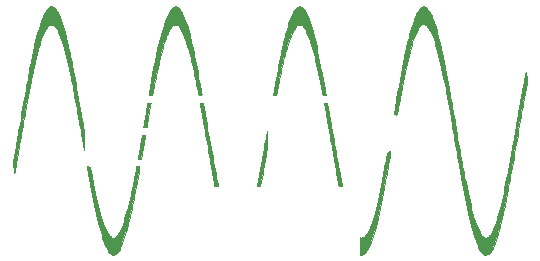
<source format=gbr>
%TF.GenerationSoftware,KiCad,Pcbnew,(6.0.7)*%
%TF.CreationDate,2022-12-29T13:17:20+01:00*%
%TF.ProjectId,badge,62616467-652e-46b6-9963-61645f706362,rev?*%
%TF.SameCoordinates,Original*%
%TF.FileFunction,Legend,Top*%
%TF.FilePolarity,Positive*%
%FSLAX46Y46*%
G04 Gerber Fmt 4.6, Leading zero omitted, Abs format (unit mm)*
G04 Created by KiCad (PCBNEW (6.0.7)) date 2022-12-29 13:17:20*
%MOMM*%
%LPD*%
G01*
G04 APERTURE LIST*
%ADD10C,0.010000*%
G04 APERTURE END LIST*
%TO.C,B1*%
G36*
X-5970423Y2282394D02*
G01*
X-5930299Y2278048D01*
X-5907459Y2269510D01*
X-5903763Y2266441D01*
X-5896354Y2254488D01*
X-5887845Y2231559D01*
X-5877948Y2196187D01*
X-5866375Y2146904D01*
X-5852839Y2082242D01*
X-5837050Y2000733D01*
X-5818723Y1900911D01*
X-5797568Y1781306D01*
X-5773298Y1640452D01*
X-5745626Y1476880D01*
X-5726457Y1362359D01*
X-5656239Y943451D01*
X-5584986Y522297D01*
X-5513025Y100711D01*
X-5440681Y-319489D01*
X-5368278Y-736486D01*
X-5296142Y-1148464D01*
X-5224599Y-1553607D01*
X-5153972Y-1950097D01*
X-5084588Y-2336119D01*
X-5016770Y-2709855D01*
X-4950846Y-3069490D01*
X-4887139Y-3413206D01*
X-4825974Y-3739186D01*
X-4767677Y-4045615D01*
X-4712574Y-4330676D01*
X-4660988Y-4592552D01*
X-4658168Y-4606703D01*
X-4647794Y-4660123D01*
X-4642616Y-4694223D01*
X-4642714Y-4714562D01*
X-4648163Y-4726697D01*
X-4659042Y-4736189D01*
X-4659983Y-4736878D01*
X-4685973Y-4746784D01*
X-4732505Y-4752599D01*
X-4801828Y-4754596D01*
X-4805979Y-4754601D01*
X-4927739Y-4754601D01*
X-5000258Y-4345026D01*
X-5022187Y-4221441D01*
X-5047199Y-4080938D01*
X-5073850Y-3931592D01*
X-5100698Y-3781477D01*
X-5126300Y-3638670D01*
X-5149213Y-3511245D01*
X-5149438Y-3510001D01*
X-5161398Y-3443085D01*
X-5177315Y-3353174D01*
X-5196835Y-3242303D01*
X-5219602Y-3112509D01*
X-5245263Y-2965826D01*
X-5273461Y-2804292D01*
X-5303842Y-2629942D01*
X-5336052Y-2444811D01*
X-5369735Y-2250936D01*
X-5404536Y-2050353D01*
X-5440102Y-1845097D01*
X-5476077Y-1637204D01*
X-5505787Y-1465301D01*
X-5574409Y-1068165D01*
X-5638828Y-695686D01*
X-5699108Y-347480D01*
X-5755319Y-23165D01*
X-5807525Y277640D01*
X-5855796Y555319D01*
X-5900196Y810254D01*
X-5940795Y1042826D01*
X-5977658Y1253419D01*
X-6010853Y1442414D01*
X-6040446Y1610194D01*
X-6066505Y1757142D01*
X-6089096Y1883639D01*
X-6108288Y1990067D01*
X-6124146Y2076810D01*
X-6136737Y2144250D01*
X-6146130Y2192768D01*
X-6151987Y2220949D01*
X-6156344Y2253040D01*
X-6153899Y2273086D01*
X-6152148Y2275107D01*
X-6135439Y2278193D01*
X-6099865Y2280863D01*
X-6051961Y2282683D01*
X-6031791Y2283063D01*
X-5970423Y2282394D01*
G37*
D10*
X-5970423Y2282394D02*
X-5930299Y2278048D01*
X-5907459Y2269510D01*
X-5903763Y2266441D01*
X-5896354Y2254488D01*
X-5887845Y2231559D01*
X-5877948Y2196187D01*
X-5866375Y2146904D01*
X-5852839Y2082242D01*
X-5837050Y2000733D01*
X-5818723Y1900911D01*
X-5797568Y1781306D01*
X-5773298Y1640452D01*
X-5745626Y1476880D01*
X-5726457Y1362359D01*
X-5656239Y943451D01*
X-5584986Y522297D01*
X-5513025Y100711D01*
X-5440681Y-319489D01*
X-5368278Y-736486D01*
X-5296142Y-1148464D01*
X-5224599Y-1553607D01*
X-5153972Y-1950097D01*
X-5084588Y-2336119D01*
X-5016770Y-2709855D01*
X-4950846Y-3069490D01*
X-4887139Y-3413206D01*
X-4825974Y-3739186D01*
X-4767677Y-4045615D01*
X-4712574Y-4330676D01*
X-4660988Y-4592552D01*
X-4658168Y-4606703D01*
X-4647794Y-4660123D01*
X-4642616Y-4694223D01*
X-4642714Y-4714562D01*
X-4648163Y-4726697D01*
X-4659042Y-4736189D01*
X-4659983Y-4736878D01*
X-4685973Y-4746784D01*
X-4732505Y-4752599D01*
X-4801828Y-4754596D01*
X-4805979Y-4754601D01*
X-4927739Y-4754601D01*
X-5000258Y-4345026D01*
X-5022187Y-4221441D01*
X-5047199Y-4080938D01*
X-5073850Y-3931592D01*
X-5100698Y-3781477D01*
X-5126300Y-3638670D01*
X-5149213Y-3511245D01*
X-5149438Y-3510001D01*
X-5161398Y-3443085D01*
X-5177315Y-3353174D01*
X-5196835Y-3242303D01*
X-5219602Y-3112509D01*
X-5245263Y-2965826D01*
X-5273461Y-2804292D01*
X-5303842Y-2629942D01*
X-5336052Y-2444811D01*
X-5369735Y-2250936D01*
X-5404536Y-2050353D01*
X-5440102Y-1845097D01*
X-5476077Y-1637204D01*
X-5505787Y-1465301D01*
X-5574409Y-1068165D01*
X-5638828Y-695686D01*
X-5699108Y-347480D01*
X-5755319Y-23165D01*
X-5807525Y277640D01*
X-5855796Y555319D01*
X-5900196Y810254D01*
X-5940795Y1042826D01*
X-5977658Y1253419D01*
X-6010853Y1442414D01*
X-6040446Y1610194D01*
X-6066505Y1757142D01*
X-6089096Y1883639D01*
X-6108288Y1990067D01*
X-6124146Y2076810D01*
X-6136737Y2144250D01*
X-6146130Y2192768D01*
X-6151987Y2220949D01*
X-6156344Y2253040D01*
X-6153899Y2273086D01*
X-6152148Y2275107D01*
X-6135439Y2278193D01*
X-6099865Y2280863D01*
X-6051961Y2282683D01*
X-6031791Y2283063D01*
X-5970423Y2282394D01*
G36*
X4456813Y2288123D02*
G01*
X4508339Y2285098D01*
X4564290Y2280035D01*
X4599212Y2273721D01*
X4617476Y2265085D01*
X4622684Y2257107D01*
X4626322Y2239727D01*
X4633979Y2198723D01*
X4645410Y2135510D01*
X4660368Y2051502D01*
X4678607Y1948116D01*
X4699880Y1826766D01*
X4723941Y1688868D01*
X4750544Y1535835D01*
X4779443Y1369084D01*
X4810391Y1190029D01*
X4843142Y1000085D01*
X4877450Y800668D01*
X4913068Y593193D01*
X4949750Y379074D01*
X4960020Y319049D01*
X5032272Y-102393D01*
X5100932Y-500809D01*
X5166370Y-878257D01*
X5228956Y-1236800D01*
X5289061Y-1578498D01*
X5347054Y-1905414D01*
X5403307Y-2219607D01*
X5458188Y-2523140D01*
X5512068Y-2818073D01*
X5565318Y-3106468D01*
X5618307Y-3390385D01*
X5671406Y-3671887D01*
X5724984Y-3953033D01*
X5759421Y-4132301D01*
X5781287Y-4245833D01*
X5801835Y-4352609D01*
X5820529Y-4449828D01*
X5836830Y-4534694D01*
X5850201Y-4604408D01*
X5860106Y-4656171D01*
X5866006Y-4687187D01*
X5867284Y-4694025D01*
X5866364Y-4724667D01*
X5849403Y-4741650D01*
X5820192Y-4749295D01*
X5774953Y-4752733D01*
X5722714Y-4751919D01*
X5672505Y-4746808D01*
X5650977Y-4742627D01*
X5611294Y-4730554D01*
X5588701Y-4713675D01*
X5575031Y-4684461D01*
X5570420Y-4668339D01*
X5565816Y-4646690D01*
X5557108Y-4601238D01*
X5544512Y-4533213D01*
X5528243Y-4443841D01*
X5508518Y-4334352D01*
X5485551Y-4205974D01*
X5459558Y-4059933D01*
X5430755Y-3897459D01*
X5399358Y-3719780D01*
X5365581Y-3528123D01*
X5329640Y-3323717D01*
X5291752Y-3107789D01*
X5252132Y-2881569D01*
X5210994Y-2646283D01*
X5168555Y-2403160D01*
X5125031Y-2153428D01*
X5080637Y-1898315D01*
X5035588Y-1639050D01*
X4990100Y-1376859D01*
X4944389Y-1112972D01*
X4898671Y-848616D01*
X4853160Y-585020D01*
X4827570Y-436601D01*
X4790319Y-220529D01*
X4753158Y-5161D01*
X4716432Y207519D01*
X4680484Y415526D01*
X4645658Y616874D01*
X4612298Y809580D01*
X4580749Y991658D01*
X4551353Y1161123D01*
X4524456Y1315991D01*
X4500401Y1454276D01*
X4479532Y1573994D01*
X4462193Y1673159D01*
X4448728Y1749787D01*
X4445934Y1765601D01*
X4427184Y1872179D01*
X4409917Y1971426D01*
X4394627Y2060433D01*
X4381803Y2136293D01*
X4371938Y2196096D01*
X4365523Y2236935D01*
X4363049Y2255900D01*
X4363036Y2256367D01*
X4366947Y2273192D01*
X4381280Y2283579D01*
X4409935Y2288299D01*
X4456813Y2288123D01*
G37*
X4456813Y2288123D02*
X4508339Y2285098D01*
X4564290Y2280035D01*
X4599212Y2273721D01*
X4617476Y2265085D01*
X4622684Y2257107D01*
X4626322Y2239727D01*
X4633979Y2198723D01*
X4645410Y2135510D01*
X4660368Y2051502D01*
X4678607Y1948116D01*
X4699880Y1826766D01*
X4723941Y1688868D01*
X4750544Y1535835D01*
X4779443Y1369084D01*
X4810391Y1190029D01*
X4843142Y1000085D01*
X4877450Y800668D01*
X4913068Y593193D01*
X4949750Y379074D01*
X4960020Y319049D01*
X5032272Y-102393D01*
X5100932Y-500809D01*
X5166370Y-878257D01*
X5228956Y-1236800D01*
X5289061Y-1578498D01*
X5347054Y-1905414D01*
X5403307Y-2219607D01*
X5458188Y-2523140D01*
X5512068Y-2818073D01*
X5565318Y-3106468D01*
X5618307Y-3390385D01*
X5671406Y-3671887D01*
X5724984Y-3953033D01*
X5759421Y-4132301D01*
X5781287Y-4245833D01*
X5801835Y-4352609D01*
X5820529Y-4449828D01*
X5836830Y-4534694D01*
X5850201Y-4604408D01*
X5860106Y-4656171D01*
X5866006Y-4687187D01*
X5867284Y-4694025D01*
X5866364Y-4724667D01*
X5849403Y-4741650D01*
X5820192Y-4749295D01*
X5774953Y-4752733D01*
X5722714Y-4751919D01*
X5672505Y-4746808D01*
X5650977Y-4742627D01*
X5611294Y-4730554D01*
X5588701Y-4713675D01*
X5575031Y-4684461D01*
X5570420Y-4668339D01*
X5565816Y-4646690D01*
X5557108Y-4601238D01*
X5544512Y-4533213D01*
X5528243Y-4443841D01*
X5508518Y-4334352D01*
X5485551Y-4205974D01*
X5459558Y-4059933D01*
X5430755Y-3897459D01*
X5399358Y-3719780D01*
X5365581Y-3528123D01*
X5329640Y-3323717D01*
X5291752Y-3107789D01*
X5252132Y-2881569D01*
X5210994Y-2646283D01*
X5168555Y-2403160D01*
X5125031Y-2153428D01*
X5080637Y-1898315D01*
X5035588Y-1639050D01*
X4990100Y-1376859D01*
X4944389Y-1112972D01*
X4898671Y-848616D01*
X4853160Y-585020D01*
X4827570Y-436601D01*
X4790319Y-220529D01*
X4753158Y-5161D01*
X4716432Y207519D01*
X4680484Y415526D01*
X4645658Y616874D01*
X4612298Y809580D01*
X4580749Y991658D01*
X4551353Y1161123D01*
X4524456Y1315991D01*
X4500401Y1454276D01*
X4479532Y1573994D01*
X4462193Y1673159D01*
X4448728Y1749787D01*
X4445934Y1765601D01*
X4427184Y1872179D01*
X4409917Y1971426D01*
X4394627Y2060433D01*
X4381803Y2136293D01*
X4371938Y2196096D01*
X4365523Y2236935D01*
X4363049Y2255900D01*
X4363036Y2256367D01*
X4366947Y2273192D01*
X4381280Y2283579D01*
X4409935Y2288299D01*
X4456813Y2288123D01*
G36*
X-10959514Y-411406D02*
G01*
X-10907162Y-412466D01*
X-10861415Y-415138D01*
X-10830908Y-418887D01*
X-10827758Y-419619D01*
X-10810785Y-426097D01*
X-10802755Y-438261D01*
X-10801676Y-462960D01*
X-10804727Y-498820D01*
X-10808017Y-522712D01*
X-10815300Y-569501D01*
X-10826219Y-637058D01*
X-10840417Y-723253D01*
X-10857538Y-825960D01*
X-10877226Y-943049D01*
X-10899123Y-1072392D01*
X-10922875Y-1211860D01*
X-10948123Y-1359325D01*
X-10974512Y-1512658D01*
X-10974558Y-1512926D01*
X-11137265Y-2455901D01*
X-11411921Y-2455901D01*
X-11403385Y-2395576D01*
X-11399632Y-2372213D01*
X-11391844Y-2326270D01*
X-11380445Y-2260173D01*
X-11365860Y-2176346D01*
X-11348512Y-2077214D01*
X-11328826Y-1965203D01*
X-11307226Y-1842739D01*
X-11284137Y-1712246D01*
X-11263980Y-1598651D01*
X-11238867Y-1456897D01*
X-11214051Y-1316061D01*
X-11190081Y-1179308D01*
X-11167506Y-1049802D01*
X-11146875Y-930708D01*
X-11128736Y-825192D01*
X-11113640Y-736417D01*
X-11102135Y-667548D01*
X-11097113Y-636658D01*
X-11061114Y-411265D01*
X-10959514Y-411406D01*
G37*
X-10959514Y-411406D02*
X-10907162Y-412466D01*
X-10861415Y-415138D01*
X-10830908Y-418887D01*
X-10827758Y-419619D01*
X-10810785Y-426097D01*
X-10802755Y-438261D01*
X-10801676Y-462960D01*
X-10804727Y-498820D01*
X-10808017Y-522712D01*
X-10815300Y-569501D01*
X-10826219Y-637058D01*
X-10840417Y-723253D01*
X-10857538Y-825960D01*
X-10877226Y-943049D01*
X-10899123Y-1072392D01*
X-10922875Y-1211860D01*
X-10948123Y-1359325D01*
X-10974512Y-1512658D01*
X-10974558Y-1512926D01*
X-11137265Y-2455901D01*
X-11411921Y-2455901D01*
X-11403385Y-2395576D01*
X-11399632Y-2372213D01*
X-11391844Y-2326270D01*
X-11380445Y-2260173D01*
X-11365860Y-2176346D01*
X-11348512Y-2077214D01*
X-11328826Y-1965203D01*
X-11307226Y-1842739D01*
X-11284137Y-1712246D01*
X-11263980Y-1598651D01*
X-11238867Y-1456897D01*
X-11214051Y-1316061D01*
X-11190081Y-1179308D01*
X-11167506Y-1049802D01*
X-11146875Y-930708D01*
X-11128736Y-825192D01*
X-11113640Y-736417D01*
X-11102135Y-667548D01*
X-11097113Y-636658D01*
X-11061114Y-411265D01*
X-10959514Y-411406D01*
G36*
X-8183320Y10448475D02*
G01*
X-8135564Y10435481D01*
X-8087327Y10410389D01*
X-8033842Y10370635D01*
X-7970338Y10313656D01*
X-7960258Y10304044D01*
X-7881017Y10222011D01*
X-7811463Y10135874D01*
X-7747649Y10039898D01*
X-7685623Y9928347D01*
X-7645211Y9846485D01*
X-7556078Y9647936D01*
X-7466244Y9426472D01*
X-7376504Y9184535D01*
X-7287653Y8924567D01*
X-7200486Y8649008D01*
X-7115798Y8360300D01*
X-7034385Y8060884D01*
X-6957040Y7753203D01*
X-6939242Y7678699D01*
X-6878692Y7418945D01*
X-6817657Y7149580D01*
X-6755822Y6869071D01*
X-6692876Y6575882D01*
X-6628503Y6268478D01*
X-6562390Y5945324D01*
X-6494224Y5604886D01*
X-6423691Y5245628D01*
X-6350477Y4866015D01*
X-6274269Y4464513D01*
X-6194753Y4039586D01*
X-6185419Y3989349D01*
X-6159250Y3848434D01*
X-6134023Y3712669D01*
X-6110193Y3584499D01*
X-6088215Y3466372D01*
X-6068546Y3360731D01*
X-6051639Y3270022D01*
X-6037952Y3196692D01*
X-6027938Y3143185D01*
X-6022054Y3111947D01*
X-6021691Y3110041D01*
X-6013133Y3061736D01*
X-6010331Y3031829D01*
X-6013440Y3013944D01*
X-6022617Y3001704D01*
X-6024380Y3000091D01*
X-6045424Y2989715D01*
X-6082735Y2978206D01*
X-6128865Y2967099D01*
X-6176369Y2957924D01*
X-6217799Y2952217D01*
X-6245710Y2951509D01*
X-6251912Y2953253D01*
X-6267211Y2969767D01*
X-6282254Y3000536D01*
X-6297694Y3047826D01*
X-6314183Y3113907D01*
X-6332374Y3201045D01*
X-6349472Y3292318D01*
X-6399278Y3562441D01*
X-6452726Y3841983D01*
X-6509202Y4128157D01*
X-6568094Y4418179D01*
X-6628786Y4709263D01*
X-6690666Y4998624D01*
X-6753120Y5283476D01*
X-6815534Y5561033D01*
X-6877294Y5828512D01*
X-6937787Y6083125D01*
X-6996400Y6322088D01*
X-7052517Y6542614D01*
X-7105527Y6741920D01*
X-7125161Y6813064D01*
X-7213363Y7118462D01*
X-7300858Y7400344D01*
X-7387566Y7658547D01*
X-7473407Y7892904D01*
X-7558302Y8103253D01*
X-7642172Y8289426D01*
X-7724936Y8451260D01*
X-7806515Y8588589D01*
X-7886829Y8701249D01*
X-7965799Y8789075D01*
X-8043346Y8851902D01*
X-8119388Y8889564D01*
X-8128891Y8892525D01*
X-8212031Y8906497D01*
X-8298891Y8903448D01*
X-8382275Y8884722D01*
X-8454986Y8851665D01*
X-8491354Y8824741D01*
X-8533279Y8779445D01*
X-8582695Y8713555D01*
X-8637876Y8630151D01*
X-8697099Y8532309D01*
X-8758640Y8423106D01*
X-8820773Y8305621D01*
X-8881776Y8182929D01*
X-8939924Y8058109D01*
X-8993493Y7934239D01*
X-9002355Y7912676D01*
X-9057941Y7768181D01*
X-9116883Y7599378D01*
X-9178930Y7407102D01*
X-9243831Y7192189D01*
X-9311334Y6955473D01*
X-9381189Y6697788D01*
X-9453144Y6419970D01*
X-9460815Y6389649D01*
X-9503316Y6220053D01*
X-9543744Y6055982D01*
X-9582650Y5894932D01*
X-9620585Y5734397D01*
X-9658098Y5571872D01*
X-9695741Y5404854D01*
X-9734064Y5230836D01*
X-9773618Y5047315D01*
X-9814952Y4851785D01*
X-9858619Y4641742D01*
X-9905167Y4414680D01*
X-9955148Y4168096D01*
X-10009112Y3899483D01*
X-10019081Y3849649D01*
X-10048086Y3704752D01*
X-10075759Y3566850D01*
X-10101679Y3438013D01*
X-10125426Y3320315D01*
X-10146581Y3215827D01*
X-10164724Y3126620D01*
X-10179433Y3054767D01*
X-10190290Y3002340D01*
X-10196875Y2971410D01*
X-10198661Y2963824D01*
X-10204648Y2953942D01*
X-10218271Y2947469D01*
X-10244056Y2943714D01*
X-10286531Y2941988D01*
X-10344420Y2941599D01*
X-10400372Y2942146D01*
X-10445538Y2943627D01*
X-10474776Y2945805D01*
X-10483264Y2948005D01*
X-10481325Y2964870D01*
X-10475817Y3003840D01*
X-10467206Y3061939D01*
X-10455958Y3136194D01*
X-10442536Y3223632D01*
X-10427407Y3321277D01*
X-10411035Y3426157D01*
X-10393887Y3535297D01*
X-10376427Y3645724D01*
X-10359120Y3754463D01*
X-10342432Y3858541D01*
X-10326828Y3954984D01*
X-10312773Y4040818D01*
X-10304651Y4089734D01*
X-10200607Y4691153D01*
X-10093600Y5268725D01*
X-9983678Y5822228D01*
X-9870889Y6351437D01*
X-9755283Y6856129D01*
X-9636906Y7336080D01*
X-9515807Y7791067D01*
X-9476106Y7932699D01*
X-9445308Y8041338D01*
X-9411623Y8160445D01*
X-9377235Y8282281D01*
X-9344328Y8399103D01*
X-9315086Y8503169D01*
X-9302340Y8548649D01*
X-9219255Y8832505D01*
X-9134869Y9095292D01*
X-9049419Y9336482D01*
X-8963140Y9555549D01*
X-8876269Y9751966D01*
X-8789042Y9925204D01*
X-8701694Y10074737D01*
X-8614463Y10200037D01*
X-8527583Y10300577D01*
X-8510396Y10317547D01*
X-8434882Y10381733D01*
X-8363580Y10424079D01*
X-8292206Y10446677D01*
X-8235364Y10451933D01*
X-8183320Y10448475D01*
G37*
X-8183320Y10448475D02*
X-8135564Y10435481D01*
X-8087327Y10410389D01*
X-8033842Y10370635D01*
X-7970338Y10313656D01*
X-7960258Y10304044D01*
X-7881017Y10222011D01*
X-7811463Y10135874D01*
X-7747649Y10039898D01*
X-7685623Y9928347D01*
X-7645211Y9846485D01*
X-7556078Y9647936D01*
X-7466244Y9426472D01*
X-7376504Y9184535D01*
X-7287653Y8924567D01*
X-7200486Y8649008D01*
X-7115798Y8360300D01*
X-7034385Y8060884D01*
X-6957040Y7753203D01*
X-6939242Y7678699D01*
X-6878692Y7418945D01*
X-6817657Y7149580D01*
X-6755822Y6869071D01*
X-6692876Y6575882D01*
X-6628503Y6268478D01*
X-6562390Y5945324D01*
X-6494224Y5604886D01*
X-6423691Y5245628D01*
X-6350477Y4866015D01*
X-6274269Y4464513D01*
X-6194753Y4039586D01*
X-6185419Y3989349D01*
X-6159250Y3848434D01*
X-6134023Y3712669D01*
X-6110193Y3584499D01*
X-6088215Y3466372D01*
X-6068546Y3360731D01*
X-6051639Y3270022D01*
X-6037952Y3196692D01*
X-6027938Y3143185D01*
X-6022054Y3111947D01*
X-6021691Y3110041D01*
X-6013133Y3061736D01*
X-6010331Y3031829D01*
X-6013440Y3013944D01*
X-6022617Y3001704D01*
X-6024380Y3000091D01*
X-6045424Y2989715D01*
X-6082735Y2978206D01*
X-6128865Y2967099D01*
X-6176369Y2957924D01*
X-6217799Y2952217D01*
X-6245710Y2951509D01*
X-6251912Y2953253D01*
X-6267211Y2969767D01*
X-6282254Y3000536D01*
X-6297694Y3047826D01*
X-6314183Y3113907D01*
X-6332374Y3201045D01*
X-6349472Y3292318D01*
X-6399278Y3562441D01*
X-6452726Y3841983D01*
X-6509202Y4128157D01*
X-6568094Y4418179D01*
X-6628786Y4709263D01*
X-6690666Y4998624D01*
X-6753120Y5283476D01*
X-6815534Y5561033D01*
X-6877294Y5828512D01*
X-6937787Y6083125D01*
X-6996400Y6322088D01*
X-7052517Y6542614D01*
X-7105527Y6741920D01*
X-7125161Y6813064D01*
X-7213363Y7118462D01*
X-7300858Y7400344D01*
X-7387566Y7658547D01*
X-7473407Y7892904D01*
X-7558302Y8103253D01*
X-7642172Y8289426D01*
X-7724936Y8451260D01*
X-7806515Y8588589D01*
X-7886829Y8701249D01*
X-7965799Y8789075D01*
X-8043346Y8851902D01*
X-8119388Y8889564D01*
X-8128891Y8892525D01*
X-8212031Y8906497D01*
X-8298891Y8903448D01*
X-8382275Y8884722D01*
X-8454986Y8851665D01*
X-8491354Y8824741D01*
X-8533279Y8779445D01*
X-8582695Y8713555D01*
X-8637876Y8630151D01*
X-8697099Y8532309D01*
X-8758640Y8423106D01*
X-8820773Y8305621D01*
X-8881776Y8182929D01*
X-8939924Y8058109D01*
X-8993493Y7934239D01*
X-9002355Y7912676D01*
X-9057941Y7768181D01*
X-9116883Y7599378D01*
X-9178930Y7407102D01*
X-9243831Y7192189D01*
X-9311334Y6955473D01*
X-9381189Y6697788D01*
X-9453144Y6419970D01*
X-9460815Y6389649D01*
X-9503316Y6220053D01*
X-9543744Y6055982D01*
X-9582650Y5894932D01*
X-9620585Y5734397D01*
X-9658098Y5571872D01*
X-9695741Y5404854D01*
X-9734064Y5230836D01*
X-9773618Y5047315D01*
X-9814952Y4851785D01*
X-9858619Y4641742D01*
X-9905167Y4414680D01*
X-9955148Y4168096D01*
X-10009112Y3899483D01*
X-10019081Y3849649D01*
X-10048086Y3704752D01*
X-10075759Y3566850D01*
X-10101679Y3438013D01*
X-10125426Y3320315D01*
X-10146581Y3215827D01*
X-10164724Y3126620D01*
X-10179433Y3054767D01*
X-10190290Y3002340D01*
X-10196875Y2971410D01*
X-10198661Y2963824D01*
X-10204648Y2953942D01*
X-10218271Y2947469D01*
X-10244056Y2943714D01*
X-10286531Y2941988D01*
X-10344420Y2941599D01*
X-10400372Y2942146D01*
X-10445538Y2943627D01*
X-10474776Y2945805D01*
X-10483264Y2948005D01*
X-10481325Y2964870D01*
X-10475817Y3003840D01*
X-10467206Y3061939D01*
X-10455958Y3136194D01*
X-10442536Y3223632D01*
X-10427407Y3321277D01*
X-10411035Y3426157D01*
X-10393887Y3535297D01*
X-10376427Y3645724D01*
X-10359120Y3754463D01*
X-10342432Y3858541D01*
X-10326828Y3954984D01*
X-10312773Y4040818D01*
X-10304651Y4089734D01*
X-10200607Y4691153D01*
X-10093600Y5268725D01*
X-9983678Y5822228D01*
X-9870889Y6351437D01*
X-9755283Y6856129D01*
X-9636906Y7336080D01*
X-9515807Y7791067D01*
X-9476106Y7932699D01*
X-9445308Y8041338D01*
X-9411623Y8160445D01*
X-9377235Y8282281D01*
X-9344328Y8399103D01*
X-9315086Y8503169D01*
X-9302340Y8548649D01*
X-9219255Y8832505D01*
X-9134869Y9095292D01*
X-9049419Y9336482D01*
X-8963140Y9555549D01*
X-8876269Y9751966D01*
X-8789042Y9925204D01*
X-8701694Y10074737D01*
X-8614463Y10200037D01*
X-8527583Y10300577D01*
X-8510396Y10317547D01*
X-8434882Y10381733D01*
X-8363580Y10424079D01*
X-8292206Y10446677D01*
X-8235364Y10451933D01*
X-8183320Y10448475D01*
G36*
X-10369317Y2290315D02*
G01*
X-10338280Y2287226D01*
X-10328732Y2284147D01*
X-10328120Y2269364D01*
X-10331641Y2232832D01*
X-10338835Y2177786D01*
X-10349241Y2107459D01*
X-10362401Y2025084D01*
X-10377853Y1933894D01*
X-10381649Y1912204D01*
X-10428039Y1648343D01*
X-10470017Y1408781D01*
X-10507570Y1193600D01*
X-10540682Y1002883D01*
X-10569341Y836712D01*
X-10593532Y695170D01*
X-10613239Y578338D01*
X-10628451Y486299D01*
X-10639151Y419137D01*
X-10642288Y398424D01*
X-10664363Y249199D01*
X-10802414Y249199D01*
X-10867695Y250054D01*
X-10910530Y252839D01*
X-10933822Y257890D01*
X-10940492Y265074D01*
X-10938425Y279880D01*
X-10932437Y317742D01*
X-10922857Y376674D01*
X-10910015Y454690D01*
X-10894242Y549805D01*
X-10875869Y660033D01*
X-10855224Y783389D01*
X-10832639Y917886D01*
X-10808443Y1061540D01*
X-10782967Y1212364D01*
X-10782623Y1214399D01*
X-10756830Y1366988D01*
X-10732066Y1513682D01*
X-10708692Y1652343D01*
X-10687066Y1780830D01*
X-10667548Y1897004D01*
X-10650497Y1998724D01*
X-10636271Y2083850D01*
X-10625230Y2150243D01*
X-10617734Y2195761D01*
X-10614226Y2217699D01*
X-10603725Y2287549D01*
X-10471572Y2291192D01*
X-10415696Y2291733D01*
X-10369317Y2290315D01*
G37*
X-10369317Y2290315D02*
X-10338280Y2287226D01*
X-10328732Y2284147D01*
X-10328120Y2269364D01*
X-10331641Y2232832D01*
X-10338835Y2177786D01*
X-10349241Y2107459D01*
X-10362401Y2025084D01*
X-10377853Y1933894D01*
X-10381649Y1912204D01*
X-10428039Y1648343D01*
X-10470017Y1408781D01*
X-10507570Y1193600D01*
X-10540682Y1002883D01*
X-10569341Y836712D01*
X-10593532Y695170D01*
X-10613239Y578338D01*
X-10628451Y486299D01*
X-10639151Y419137D01*
X-10642288Y398424D01*
X-10664363Y249199D01*
X-10802414Y249199D01*
X-10867695Y250054D01*
X-10910530Y252839D01*
X-10933822Y257890D01*
X-10940492Y265074D01*
X-10938425Y279880D01*
X-10932437Y317742D01*
X-10922857Y376674D01*
X-10910015Y454690D01*
X-10894242Y549805D01*
X-10875869Y660033D01*
X-10855224Y783389D01*
X-10832639Y917886D01*
X-10808443Y1061540D01*
X-10782967Y1212364D01*
X-10782623Y1214399D01*
X-10756830Y1366988D01*
X-10732066Y1513682D01*
X-10708692Y1652343D01*
X-10687066Y1780830D01*
X-10667548Y1897004D01*
X-10650497Y1998724D01*
X-10636271Y2083850D01*
X-10625230Y2150243D01*
X-10617734Y2195761D01*
X-10614226Y2217699D01*
X-10603725Y2287549D01*
X-10471572Y2291192D01*
X-10415696Y2291733D01*
X-10369317Y2290315D01*
G36*
X-18651578Y10438428D02*
G01*
X-18603493Y10417481D01*
X-18521146Y10360572D01*
X-18438433Y10280412D01*
X-18355302Y10176861D01*
X-18271704Y10049780D01*
X-18187588Y9899031D01*
X-18102903Y9724473D01*
X-18017599Y9525969D01*
X-17931626Y9303379D01*
X-17844932Y9056563D01*
X-17757467Y8785383D01*
X-17669182Y8489701D01*
X-17580024Y8169376D01*
X-17489945Y7824269D01*
X-17398892Y7454242D01*
X-17306816Y7059156D01*
X-17213667Y6638871D01*
X-17188741Y6522999D01*
X-17135673Y6270796D01*
X-17079183Y5994708D01*
X-17019500Y5695986D01*
X-16956852Y5375882D01*
X-16891469Y5035647D01*
X-16823579Y4676532D01*
X-16753411Y4299790D01*
X-16681195Y3906670D01*
X-16607158Y3498425D01*
X-16531531Y3076306D01*
X-16454541Y2641565D01*
X-16376418Y2195452D01*
X-16297390Y1739218D01*
X-16217687Y1274117D01*
X-16137537Y801397D01*
X-16084627Y486573D01*
X-16056057Y316252D01*
X-16031271Y168234D01*
X-16010017Y39744D01*
X-15992043Y-71993D01*
X-15977097Y-169750D01*
X-15964928Y-256303D01*
X-15955284Y-334427D01*
X-15947912Y-406895D01*
X-15942562Y-476482D01*
X-15938980Y-545964D01*
X-15936916Y-618114D01*
X-15936116Y-695707D01*
X-15936331Y-781518D01*
X-15937307Y-878321D01*
X-15938792Y-988892D01*
X-15940361Y-1102722D01*
X-15942173Y-1223315D01*
X-15944259Y-1335183D01*
X-15946547Y-1435961D01*
X-15948963Y-1523286D01*
X-15951434Y-1594792D01*
X-15953887Y-1648118D01*
X-15956248Y-1680897D01*
X-15958445Y-1690767D01*
X-15958556Y-1690606D01*
X-15961334Y-1684041D01*
X-15964861Y-1672509D01*
X-15969309Y-1655062D01*
X-15974849Y-1630752D01*
X-15981653Y-1598628D01*
X-15989893Y-1557744D01*
X-15999740Y-1507149D01*
X-16011367Y-1445895D01*
X-16024944Y-1373034D01*
X-16040645Y-1287616D01*
X-16058640Y-1188694D01*
X-16079101Y-1075318D01*
X-16102201Y-946539D01*
X-16128110Y-801409D01*
X-16157001Y-638979D01*
X-16189045Y-458300D01*
X-16224415Y-258424D01*
X-16263282Y-38401D01*
X-16305817Y202716D01*
X-16352193Y465877D01*
X-16402581Y752030D01*
X-16457153Y1062125D01*
X-16464951Y1106449D01*
X-16534297Y1499119D01*
X-16600105Y1868626D01*
X-16662740Y2216908D01*
X-16722567Y2545903D01*
X-16779950Y2857546D01*
X-16835253Y3153775D01*
X-16888840Y3436527D01*
X-16941077Y3707737D01*
X-16992326Y3969344D01*
X-17042953Y4223285D01*
X-17093322Y4471495D01*
X-17143796Y4715912D01*
X-17144736Y4720421D01*
X-17234725Y5144418D01*
X-17322853Y5543515D01*
X-17409252Y5918132D01*
X-17494060Y6268690D01*
X-17577410Y6595611D01*
X-17659438Y6899315D01*
X-17740278Y7180223D01*
X-17820066Y7438757D01*
X-17898937Y7675336D01*
X-17977025Y7890382D01*
X-18054467Y8084316D01*
X-18131396Y8257558D01*
X-18207947Y8410531D01*
X-18284257Y8543653D01*
X-18360459Y8657348D01*
X-18436689Y8752034D01*
X-18438606Y8754173D01*
X-18512346Y8820999D01*
X-18594913Y8869688D01*
X-18682293Y8899408D01*
X-18770468Y8909329D01*
X-18855425Y8898621D01*
X-18933148Y8866453D01*
X-18945163Y8858917D01*
X-18998145Y8814768D01*
X-19057805Y8748960D01*
X-19122555Y8663850D01*
X-19190809Y8561796D01*
X-19260979Y8445156D01*
X-19331478Y8316288D01*
X-19393297Y8193049D01*
X-19432757Y8110018D01*
X-19467172Y8034727D01*
X-19498043Y7963135D01*
X-19526868Y7891203D01*
X-19555145Y7814891D01*
X-19584374Y7730159D01*
X-19616053Y7632966D01*
X-19651682Y7519274D01*
X-19691291Y7389874D01*
X-19733419Y7250570D01*
X-19770973Y7124710D01*
X-19805071Y7008176D01*
X-19836833Y6896847D01*
X-19867380Y6786602D01*
X-19897830Y6673321D01*
X-19929304Y6552885D01*
X-19962922Y6421174D01*
X-19999803Y6274067D01*
X-20041068Y6107443D01*
X-20052890Y6059449D01*
X-20090460Y5906293D01*
X-20124245Y5767247D01*
X-20154988Y5638924D01*
X-20183430Y5517938D01*
X-20210317Y5400903D01*
X-20236389Y5284431D01*
X-20262389Y5165136D01*
X-20289061Y5039631D01*
X-20317147Y4904529D01*
X-20347390Y4756444D01*
X-20380532Y4591989D01*
X-20417317Y4407778D01*
X-20438638Y4300499D01*
X-20482178Y4080381D01*
X-20524438Y3865044D01*
X-20565727Y3652791D01*
X-20606353Y3441923D01*
X-20646623Y3230742D01*
X-20686847Y3017549D01*
X-20727331Y2800647D01*
X-20768384Y2578337D01*
X-20810313Y2348921D01*
X-20853428Y2110700D01*
X-20898035Y1861977D01*
X-20944443Y1601052D01*
X-20992960Y1326227D01*
X-21043893Y1035804D01*
X-21097551Y728086D01*
X-21154243Y401372D01*
X-21214274Y53966D01*
X-21277955Y-315831D01*
X-21316161Y-538201D01*
X-21375871Y-885785D01*
X-21431476Y-1209024D01*
X-21483100Y-1508617D01*
X-21530869Y-1785261D01*
X-21574908Y-2039658D01*
X-21615342Y-2272506D01*
X-21652297Y-2484504D01*
X-21685897Y-2676352D01*
X-21716267Y-2848749D01*
X-21743534Y-3002393D01*
X-21767821Y-3137985D01*
X-21789254Y-3256224D01*
X-21807959Y-3357809D01*
X-21824061Y-3443438D01*
X-21837684Y-3513812D01*
X-21848954Y-3569630D01*
X-21857996Y-3611591D01*
X-21864935Y-3640393D01*
X-21869897Y-3656737D01*
X-21873006Y-3661322D01*
X-21874319Y-3656051D01*
X-21876132Y-3640888D01*
X-21880892Y-3603514D01*
X-21888213Y-3546897D01*
X-21897707Y-3474006D01*
X-21908988Y-3387810D01*
X-21921670Y-3291277D01*
X-21933014Y-3205201D01*
X-21946515Y-3100307D01*
X-21958590Y-3001471D01*
X-21968882Y-2912003D01*
X-21977037Y-2835216D01*
X-21982698Y-2774422D01*
X-21985510Y-2732933D01*
X-21985513Y-2716251D01*
X-21980376Y-2682834D01*
X-21970665Y-2632347D01*
X-21957904Y-2572377D01*
X-21947250Y-2525751D01*
X-21937882Y-2484298D01*
X-21926930Y-2432526D01*
X-21914235Y-2369553D01*
X-21899644Y-2294500D01*
X-21883000Y-2206486D01*
X-21864147Y-2104632D01*
X-21842930Y-1988057D01*
X-21819192Y-1855881D01*
X-21792777Y-1707224D01*
X-21763531Y-1541206D01*
X-21731297Y-1356947D01*
X-21695918Y-1153567D01*
X-21657240Y-930185D01*
X-21615107Y-685923D01*
X-21569362Y-419898D01*
X-21519849Y-131233D01*
X-21466414Y180955D01*
X-21424363Y426999D01*
X-21341851Y909118D01*
X-21263109Y1367216D01*
X-21187940Y1802364D01*
X-21116143Y2215628D01*
X-21047520Y2608078D01*
X-20981870Y2980782D01*
X-20918996Y3334807D01*
X-20858697Y3671223D01*
X-20800775Y3991097D01*
X-20745029Y4295499D01*
X-20691262Y4585495D01*
X-20639274Y4862155D01*
X-20588865Y5126546D01*
X-20539837Y5379738D01*
X-20491990Y5622798D01*
X-20445125Y5856794D01*
X-20399042Y6082796D01*
X-20353543Y6301870D01*
X-20308428Y6515086D01*
X-20263498Y6723512D01*
X-20218554Y6928216D01*
X-20178652Y7106929D01*
X-20087361Y7501286D01*
X-19996409Y7871384D01*
X-19905827Y8217140D01*
X-19815648Y8538472D01*
X-19725903Y8835296D01*
X-19636626Y9107530D01*
X-19547849Y9355091D01*
X-19459602Y9577895D01*
X-19371920Y9775861D01*
X-19284833Y9948906D01*
X-19198375Y10096946D01*
X-19112577Y10219899D01*
X-19027471Y10317681D01*
X-18943090Y10390211D01*
X-18890098Y10423016D01*
X-18814709Y10449010D01*
X-18732678Y10454099D01*
X-18651578Y10438428D01*
G37*
X-18651578Y10438428D02*
X-18603493Y10417481D01*
X-18521146Y10360572D01*
X-18438433Y10280412D01*
X-18355302Y10176861D01*
X-18271704Y10049780D01*
X-18187588Y9899031D01*
X-18102903Y9724473D01*
X-18017599Y9525969D01*
X-17931626Y9303379D01*
X-17844932Y9056563D01*
X-17757467Y8785383D01*
X-17669182Y8489701D01*
X-17580024Y8169376D01*
X-17489945Y7824269D01*
X-17398892Y7454242D01*
X-17306816Y7059156D01*
X-17213667Y6638871D01*
X-17188741Y6522999D01*
X-17135673Y6270796D01*
X-17079183Y5994708D01*
X-17019500Y5695986D01*
X-16956852Y5375882D01*
X-16891469Y5035647D01*
X-16823579Y4676532D01*
X-16753411Y4299790D01*
X-16681195Y3906670D01*
X-16607158Y3498425D01*
X-16531531Y3076306D01*
X-16454541Y2641565D01*
X-16376418Y2195452D01*
X-16297390Y1739218D01*
X-16217687Y1274117D01*
X-16137537Y801397D01*
X-16084627Y486573D01*
X-16056057Y316252D01*
X-16031271Y168234D01*
X-16010017Y39744D01*
X-15992043Y-71993D01*
X-15977097Y-169750D01*
X-15964928Y-256303D01*
X-15955284Y-334427D01*
X-15947912Y-406895D01*
X-15942562Y-476482D01*
X-15938980Y-545964D01*
X-15936916Y-618114D01*
X-15936116Y-695707D01*
X-15936331Y-781518D01*
X-15937307Y-878321D01*
X-15938792Y-988892D01*
X-15940361Y-1102722D01*
X-15942173Y-1223315D01*
X-15944259Y-1335183D01*
X-15946547Y-1435961D01*
X-15948963Y-1523286D01*
X-15951434Y-1594792D01*
X-15953887Y-1648118D01*
X-15956248Y-1680897D01*
X-15958445Y-1690767D01*
X-15958556Y-1690606D01*
X-15961334Y-1684041D01*
X-15964861Y-1672509D01*
X-15969309Y-1655062D01*
X-15974849Y-1630752D01*
X-15981653Y-1598628D01*
X-15989893Y-1557744D01*
X-15999740Y-1507149D01*
X-16011367Y-1445895D01*
X-16024944Y-1373034D01*
X-16040645Y-1287616D01*
X-16058640Y-1188694D01*
X-16079101Y-1075318D01*
X-16102201Y-946539D01*
X-16128110Y-801409D01*
X-16157001Y-638979D01*
X-16189045Y-458300D01*
X-16224415Y-258424D01*
X-16263282Y-38401D01*
X-16305817Y202716D01*
X-16352193Y465877D01*
X-16402581Y752030D01*
X-16457153Y1062125D01*
X-16464951Y1106449D01*
X-16534297Y1499119D01*
X-16600105Y1868626D01*
X-16662740Y2216908D01*
X-16722567Y2545903D01*
X-16779950Y2857546D01*
X-16835253Y3153775D01*
X-16888840Y3436527D01*
X-16941077Y3707737D01*
X-16992326Y3969344D01*
X-17042953Y4223285D01*
X-17093322Y4471495D01*
X-17143796Y4715912D01*
X-17144736Y4720421D01*
X-17234725Y5144418D01*
X-17322853Y5543515D01*
X-17409252Y5918132D01*
X-17494060Y6268690D01*
X-17577410Y6595611D01*
X-17659438Y6899315D01*
X-17740278Y7180223D01*
X-17820066Y7438757D01*
X-17898937Y7675336D01*
X-17977025Y7890382D01*
X-18054467Y8084316D01*
X-18131396Y8257558D01*
X-18207947Y8410531D01*
X-18284257Y8543653D01*
X-18360459Y8657348D01*
X-18436689Y8752034D01*
X-18438606Y8754173D01*
X-18512346Y8820999D01*
X-18594913Y8869688D01*
X-18682293Y8899408D01*
X-18770468Y8909329D01*
X-18855425Y8898621D01*
X-18933148Y8866453D01*
X-18945163Y8858917D01*
X-18998145Y8814768D01*
X-19057805Y8748960D01*
X-19122555Y8663850D01*
X-19190809Y8561796D01*
X-19260979Y8445156D01*
X-19331478Y8316288D01*
X-19393297Y8193049D01*
X-19432757Y8110018D01*
X-19467172Y8034727D01*
X-19498043Y7963135D01*
X-19526868Y7891203D01*
X-19555145Y7814891D01*
X-19584374Y7730159D01*
X-19616053Y7632966D01*
X-19651682Y7519274D01*
X-19691291Y7389874D01*
X-19733419Y7250570D01*
X-19770973Y7124710D01*
X-19805071Y7008176D01*
X-19836833Y6896847D01*
X-19867380Y6786602D01*
X-19897830Y6673321D01*
X-19929304Y6552885D01*
X-19962922Y6421174D01*
X-19999803Y6274067D01*
X-20041068Y6107443D01*
X-20052890Y6059449D01*
X-20090460Y5906293D01*
X-20124245Y5767247D01*
X-20154988Y5638924D01*
X-20183430Y5517938D01*
X-20210317Y5400903D01*
X-20236389Y5284431D01*
X-20262389Y5165136D01*
X-20289061Y5039631D01*
X-20317147Y4904529D01*
X-20347390Y4756444D01*
X-20380532Y4591989D01*
X-20417317Y4407778D01*
X-20438638Y4300499D01*
X-20482178Y4080381D01*
X-20524438Y3865044D01*
X-20565727Y3652791D01*
X-20606353Y3441923D01*
X-20646623Y3230742D01*
X-20686847Y3017549D01*
X-20727331Y2800647D01*
X-20768384Y2578337D01*
X-20810313Y2348921D01*
X-20853428Y2110700D01*
X-20898035Y1861977D01*
X-20944443Y1601052D01*
X-20992960Y1326227D01*
X-21043893Y1035804D01*
X-21097551Y728086D01*
X-21154243Y401372D01*
X-21214274Y53966D01*
X-21277955Y-315831D01*
X-21316161Y-538201D01*
X-21375871Y-885785D01*
X-21431476Y-1209024D01*
X-21483100Y-1508617D01*
X-21530869Y-1785261D01*
X-21574908Y-2039658D01*
X-21615342Y-2272506D01*
X-21652297Y-2484504D01*
X-21685897Y-2676352D01*
X-21716267Y-2848749D01*
X-21743534Y-3002393D01*
X-21767821Y-3137985D01*
X-21789254Y-3256224D01*
X-21807959Y-3357809D01*
X-21824061Y-3443438D01*
X-21837684Y-3513812D01*
X-21848954Y-3569630D01*
X-21857996Y-3611591D01*
X-21864935Y-3640393D01*
X-21869897Y-3656737D01*
X-21873006Y-3661322D01*
X-21874319Y-3656051D01*
X-21876132Y-3640888D01*
X-21880892Y-3603514D01*
X-21888213Y-3546897D01*
X-21897707Y-3474006D01*
X-21908988Y-3387810D01*
X-21921670Y-3291277D01*
X-21933014Y-3205201D01*
X-21946515Y-3100307D01*
X-21958590Y-3001471D01*
X-21968882Y-2912003D01*
X-21977037Y-2835216D01*
X-21982698Y-2774422D01*
X-21985510Y-2732933D01*
X-21985513Y-2716251D01*
X-21980376Y-2682834D01*
X-21970665Y-2632347D01*
X-21957904Y-2572377D01*
X-21947250Y-2525751D01*
X-21937882Y-2484298D01*
X-21926930Y-2432526D01*
X-21914235Y-2369553D01*
X-21899644Y-2294500D01*
X-21883000Y-2206486D01*
X-21864147Y-2104632D01*
X-21842930Y-1988057D01*
X-21819192Y-1855881D01*
X-21792777Y-1707224D01*
X-21763531Y-1541206D01*
X-21731297Y-1356947D01*
X-21695918Y-1153567D01*
X-21657240Y-930185D01*
X-21615107Y-685923D01*
X-21569362Y-419898D01*
X-21519849Y-131233D01*
X-21466414Y180955D01*
X-21424363Y426999D01*
X-21341851Y909118D01*
X-21263109Y1367216D01*
X-21187940Y1802364D01*
X-21116143Y2215628D01*
X-21047520Y2608078D01*
X-20981870Y2980782D01*
X-20918996Y3334807D01*
X-20858697Y3671223D01*
X-20800775Y3991097D01*
X-20745029Y4295499D01*
X-20691262Y4585495D01*
X-20639274Y4862155D01*
X-20588865Y5126546D01*
X-20539837Y5379738D01*
X-20491990Y5622798D01*
X-20445125Y5856794D01*
X-20399042Y6082796D01*
X-20353543Y6301870D01*
X-20308428Y6515086D01*
X-20263498Y6723512D01*
X-20218554Y6928216D01*
X-20178652Y7106929D01*
X-20087361Y7501286D01*
X-19996409Y7871384D01*
X-19905827Y8217140D01*
X-19815648Y8538472D01*
X-19725903Y8835296D01*
X-19636626Y9107530D01*
X-19547849Y9355091D01*
X-19459602Y9577895D01*
X-19371920Y9775861D01*
X-19284833Y9948906D01*
X-19198375Y10096946D01*
X-19112577Y10219899D01*
X-19027471Y10317681D01*
X-18943090Y10390211D01*
X-18890098Y10423016D01*
X-18814709Y10449010D01*
X-18732678Y10454099D01*
X-18651578Y10438428D01*
G36*
X9942910Y-1815875D02*
G01*
X9962199Y-1838241D01*
X9969355Y-1875424D01*
X9967987Y-1894019D01*
X9951924Y-2001369D01*
X9931315Y-2131596D01*
X9906535Y-2282660D01*
X9877957Y-2452519D01*
X9845955Y-2639131D01*
X9810901Y-2840456D01*
X9773170Y-3054452D01*
X9733134Y-3279078D01*
X9691168Y-3512291D01*
X9647644Y-3752051D01*
X9602937Y-3996317D01*
X9557420Y-4243046D01*
X9511466Y-4490198D01*
X9465449Y-4735732D01*
X9419742Y-4977605D01*
X9374718Y-5213776D01*
X9330752Y-5442205D01*
X9288217Y-5660849D01*
X9247486Y-5867667D01*
X9208932Y-6060619D01*
X9176257Y-6221451D01*
X9084881Y-6658665D01*
X8995165Y-7070832D01*
X8907028Y-7458244D01*
X8820388Y-7821194D01*
X8735164Y-8159974D01*
X8651274Y-8474878D01*
X8568636Y-8766198D01*
X8487168Y-9034227D01*
X8406790Y-9279257D01*
X8327420Y-9501582D01*
X8248975Y-9701493D01*
X8171374Y-9879284D01*
X8134779Y-9956084D01*
X8090882Y-10040291D01*
X8040049Y-10129316D01*
X7985422Y-10218330D01*
X7930142Y-10302503D01*
X7877353Y-10377005D01*
X7830196Y-10437009D01*
X7801091Y-10468923D01*
X7757898Y-10506817D01*
X7713428Y-10533510D01*
X7661476Y-10551212D01*
X7595837Y-10562130D01*
X7523212Y-10567803D01*
X7400439Y-10574495D01*
X7384756Y-10525223D01*
X7380863Y-10504648D01*
X7377410Y-10467993D01*
X7374362Y-10413968D01*
X7371679Y-10341283D01*
X7369324Y-10248649D01*
X7367259Y-10134777D01*
X7365448Y-9998378D01*
X7363851Y-9838161D01*
X7363514Y-9798296D01*
X7357956Y-9120642D01*
X7435351Y-9129625D01*
X7503283Y-9131023D01*
X7575826Y-9121712D01*
X7647129Y-9103602D01*
X7711345Y-9078606D01*
X7762622Y-9048634D01*
X7795112Y-9015597D01*
X7797608Y-9011259D01*
X7812550Y-8988017D01*
X7839631Y-8950509D01*
X7874871Y-8904103D01*
X7910561Y-8858814D01*
X7984946Y-8754878D01*
X8060630Y-8626890D01*
X8137631Y-8474780D01*
X8215969Y-8298473D01*
X8295665Y-8097898D01*
X8376737Y-7872980D01*
X8459206Y-7623649D01*
X8543090Y-7349829D01*
X8628411Y-7051450D01*
X8715187Y-6728438D01*
X8803438Y-6380720D01*
X8893183Y-6008223D01*
X8984443Y-5610876D01*
X9077238Y-5188604D01*
X9171586Y-4741334D01*
X9267507Y-4268996D01*
X9365022Y-3771514D01*
X9464149Y-3248817D01*
X9544622Y-2812476D01*
X9580491Y-2617833D01*
X9613137Y-2445178D01*
X9642444Y-2295088D01*
X9668297Y-2168140D01*
X9690579Y-2064910D01*
X9709175Y-1985976D01*
X9715655Y-1960962D01*
X9736050Y-1906051D01*
X9765955Y-1869221D01*
X9811690Y-1844145D01*
X9842352Y-1834070D01*
X9880001Y-1823271D01*
X9909684Y-1814766D01*
X9914772Y-1813310D01*
X9942910Y-1815875D01*
G37*
X9942910Y-1815875D02*
X9962199Y-1838241D01*
X9969355Y-1875424D01*
X9967987Y-1894019D01*
X9951924Y-2001369D01*
X9931315Y-2131596D01*
X9906535Y-2282660D01*
X9877957Y-2452519D01*
X9845955Y-2639131D01*
X9810901Y-2840456D01*
X9773170Y-3054452D01*
X9733134Y-3279078D01*
X9691168Y-3512291D01*
X9647644Y-3752051D01*
X9602937Y-3996317D01*
X9557420Y-4243046D01*
X9511466Y-4490198D01*
X9465449Y-4735732D01*
X9419742Y-4977605D01*
X9374718Y-5213776D01*
X9330752Y-5442205D01*
X9288217Y-5660849D01*
X9247486Y-5867667D01*
X9208932Y-6060619D01*
X9176257Y-6221451D01*
X9084881Y-6658665D01*
X8995165Y-7070832D01*
X8907028Y-7458244D01*
X8820388Y-7821194D01*
X8735164Y-8159974D01*
X8651274Y-8474878D01*
X8568636Y-8766198D01*
X8487168Y-9034227D01*
X8406790Y-9279257D01*
X8327420Y-9501582D01*
X8248975Y-9701493D01*
X8171374Y-9879284D01*
X8134779Y-9956084D01*
X8090882Y-10040291D01*
X8040049Y-10129316D01*
X7985422Y-10218330D01*
X7930142Y-10302503D01*
X7877353Y-10377005D01*
X7830196Y-10437009D01*
X7801091Y-10468923D01*
X7757898Y-10506817D01*
X7713428Y-10533510D01*
X7661476Y-10551212D01*
X7595837Y-10562130D01*
X7523212Y-10567803D01*
X7400439Y-10574495D01*
X7384756Y-10525223D01*
X7380863Y-10504648D01*
X7377410Y-10467993D01*
X7374362Y-10413968D01*
X7371679Y-10341283D01*
X7369324Y-10248649D01*
X7367259Y-10134777D01*
X7365448Y-9998378D01*
X7363851Y-9838161D01*
X7363514Y-9798296D01*
X7357956Y-9120642D01*
X7435351Y-9129625D01*
X7503283Y-9131023D01*
X7575826Y-9121712D01*
X7647129Y-9103602D01*
X7711345Y-9078606D01*
X7762622Y-9048634D01*
X7795112Y-9015597D01*
X7797608Y-9011259D01*
X7812550Y-8988017D01*
X7839631Y-8950509D01*
X7874871Y-8904103D01*
X7910561Y-8858814D01*
X7984946Y-8754878D01*
X8060630Y-8626890D01*
X8137631Y-8474780D01*
X8215969Y-8298473D01*
X8295665Y-8097898D01*
X8376737Y-7872980D01*
X8459206Y-7623649D01*
X8543090Y-7349829D01*
X8628411Y-7051450D01*
X8715187Y-6728438D01*
X8803438Y-6380720D01*
X8893183Y-6008223D01*
X8984443Y-5610876D01*
X9077238Y-5188604D01*
X9171586Y-4741334D01*
X9267507Y-4268996D01*
X9365022Y-3771514D01*
X9464149Y-3248817D01*
X9544622Y-2812476D01*
X9580491Y-2617833D01*
X9613137Y-2445178D01*
X9642444Y-2295088D01*
X9668297Y-2168140D01*
X9690579Y-2064910D01*
X9709175Y-1985976D01*
X9715655Y-1960962D01*
X9736050Y-1906051D01*
X9765955Y-1869221D01*
X9811690Y-1844145D01*
X9842352Y-1834070D01*
X9880001Y-1823271D01*
X9909684Y-1814766D01*
X9914772Y-1813310D01*
X9942910Y-1815875D01*
G36*
X-11436238Y-3105103D02*
G01*
X-11383586Y-3106943D01*
X-11335985Y-3110354D01*
X-11303381Y-3114612D01*
X-11302414Y-3114815D01*
X-11290996Y-3116839D01*
X-11281852Y-3119134D01*
X-11275185Y-3124105D01*
X-11271198Y-3134156D01*
X-11270093Y-3151693D01*
X-11272072Y-3179122D01*
X-11277338Y-3218847D01*
X-11286092Y-3273274D01*
X-11298538Y-3344808D01*
X-11314877Y-3435855D01*
X-11335311Y-3548819D01*
X-11342065Y-3586201D01*
X-11419709Y-4014164D01*
X-11493856Y-4418237D01*
X-11564766Y-4799650D01*
X-11632702Y-5159633D01*
X-11697924Y-5499416D01*
X-11760693Y-5820230D01*
X-11821270Y-6123305D01*
X-11879917Y-6409870D01*
X-11936895Y-6681156D01*
X-11992465Y-6938394D01*
X-12046887Y-7182813D01*
X-12100424Y-7415643D01*
X-12153336Y-7638115D01*
X-12205885Y-7851459D01*
X-12258331Y-8056905D01*
X-12310936Y-8255683D01*
X-12363961Y-8449023D01*
X-12405638Y-8596351D01*
X-12485516Y-8865757D01*
X-12565755Y-9118226D01*
X-12645979Y-9352887D01*
X-12725813Y-9568869D01*
X-12804880Y-9765298D01*
X-12882803Y-9941304D01*
X-12959208Y-10096015D01*
X-13033718Y-10228559D01*
X-13105958Y-10338064D01*
X-13175550Y-10423659D01*
X-13207658Y-10455769D01*
X-13289719Y-10516614D01*
X-13380362Y-10557842D01*
X-13474928Y-10578247D01*
X-13568755Y-10576627D01*
X-13625542Y-10563706D01*
X-13689432Y-10531822D01*
X-13757401Y-10476427D01*
X-13828645Y-10398938D01*
X-13902360Y-10300770D01*
X-13977743Y-10183339D01*
X-14053990Y-10048061D01*
X-14130296Y-9896351D01*
X-14205858Y-9729627D01*
X-14279872Y-9549302D01*
X-14351534Y-9356794D01*
X-14411970Y-9178564D01*
X-14483363Y-8949939D01*
X-14557210Y-8697082D01*
X-14633280Y-8421016D01*
X-14711341Y-8122766D01*
X-14791161Y-7803359D01*
X-14872509Y-7463818D01*
X-14955155Y-7105167D01*
X-15038865Y-6728433D01*
X-15123409Y-6334640D01*
X-15208555Y-5924812D01*
X-15294073Y-5499974D01*
X-15379729Y-5061152D01*
X-15465293Y-4609369D01*
X-15550534Y-4145651D01*
X-15557543Y-4106901D01*
X-15579768Y-3983934D01*
X-15602214Y-3859837D01*
X-15624116Y-3738830D01*
X-15644710Y-3625137D01*
X-15663230Y-3522980D01*
X-15678912Y-3436583D01*
X-15690990Y-3370167D01*
X-15692791Y-3360282D01*
X-15708549Y-3273380D01*
X-15718913Y-3208500D01*
X-15722625Y-3162605D01*
X-15718429Y-3132655D01*
X-15705066Y-3115613D01*
X-15681279Y-3108441D01*
X-15645811Y-3108100D01*
X-15597404Y-3111551D01*
X-15590078Y-3112121D01*
X-15538297Y-3116454D01*
X-15505923Y-3121302D01*
X-15487035Y-3129123D01*
X-15475715Y-3142374D01*
X-15466043Y-3163511D01*
X-15465997Y-3163620D01*
X-15453310Y-3199738D01*
X-15437956Y-3254050D01*
X-15419721Y-3327537D01*
X-15398387Y-3421177D01*
X-15373739Y-3535949D01*
X-15345561Y-3672832D01*
X-15313638Y-3832805D01*
X-15277752Y-4016847D01*
X-15277529Y-4018001D01*
X-15184335Y-4492516D01*
X-15092885Y-4941962D01*
X-15003103Y-5366601D01*
X-14914916Y-5766698D01*
X-14828248Y-6142517D01*
X-14743026Y-6494322D01*
X-14659175Y-6822378D01*
X-14576620Y-7126949D01*
X-14495287Y-7408299D01*
X-14415101Y-7666692D01*
X-14335989Y-7902393D01*
X-14257875Y-8115666D01*
X-14180685Y-8306775D01*
X-14104344Y-8475984D01*
X-14028779Y-8623558D01*
X-13953914Y-8749761D01*
X-13936329Y-8776472D01*
X-13867077Y-8870439D01*
X-13792981Y-8954884D01*
X-13717172Y-9027101D01*
X-13642783Y-9084383D01*
X-13572948Y-9124026D01*
X-13511775Y-9143180D01*
X-13454926Y-9142714D01*
X-13395839Y-9123525D01*
X-13332211Y-9084346D01*
X-13261741Y-9023910D01*
X-13221147Y-8983157D01*
X-13142318Y-8892853D01*
X-13065332Y-8788511D01*
X-12989797Y-8669149D01*
X-12915318Y-8533783D01*
X-12841502Y-8381433D01*
X-12767956Y-8211116D01*
X-12694288Y-8021851D01*
X-12620102Y-7812655D01*
X-12545007Y-7582545D01*
X-12468609Y-7330542D01*
X-12390514Y-7055661D01*
X-12310329Y-6756921D01*
X-12275267Y-6621501D01*
X-12228146Y-6436003D01*
X-12185018Y-6262439D01*
X-12144622Y-6095354D01*
X-12105695Y-5929295D01*
X-12066973Y-5758808D01*
X-12027193Y-5578440D01*
X-11985094Y-5382737D01*
X-11950299Y-5218151D01*
X-11918145Y-5064227D01*
X-11884135Y-4899809D01*
X-11848893Y-4728013D01*
X-11813042Y-4551954D01*
X-11777205Y-4374749D01*
X-11742005Y-4199513D01*
X-11708064Y-4029362D01*
X-11676006Y-3867412D01*
X-11646454Y-3716778D01*
X-11620030Y-3580576D01*
X-11597358Y-3461923D01*
X-11579060Y-3363934D01*
X-11573856Y-3335376D01*
X-11531961Y-3103601D01*
X-11436238Y-3105103D01*
G37*
X-11436238Y-3105103D02*
X-11383586Y-3106943D01*
X-11335985Y-3110354D01*
X-11303381Y-3114612D01*
X-11302414Y-3114815D01*
X-11290996Y-3116839D01*
X-11281852Y-3119134D01*
X-11275185Y-3124105D01*
X-11271198Y-3134156D01*
X-11270093Y-3151693D01*
X-11272072Y-3179122D01*
X-11277338Y-3218847D01*
X-11286092Y-3273274D01*
X-11298538Y-3344808D01*
X-11314877Y-3435855D01*
X-11335311Y-3548819D01*
X-11342065Y-3586201D01*
X-11419709Y-4014164D01*
X-11493856Y-4418237D01*
X-11564766Y-4799650D01*
X-11632702Y-5159633D01*
X-11697924Y-5499416D01*
X-11760693Y-5820230D01*
X-11821270Y-6123305D01*
X-11879917Y-6409870D01*
X-11936895Y-6681156D01*
X-11992465Y-6938394D01*
X-12046887Y-7182813D01*
X-12100424Y-7415643D01*
X-12153336Y-7638115D01*
X-12205885Y-7851459D01*
X-12258331Y-8056905D01*
X-12310936Y-8255683D01*
X-12363961Y-8449023D01*
X-12405638Y-8596351D01*
X-12485516Y-8865757D01*
X-12565755Y-9118226D01*
X-12645979Y-9352887D01*
X-12725813Y-9568869D01*
X-12804880Y-9765298D01*
X-12882803Y-9941304D01*
X-12959208Y-10096015D01*
X-13033718Y-10228559D01*
X-13105958Y-10338064D01*
X-13175550Y-10423659D01*
X-13207658Y-10455769D01*
X-13289719Y-10516614D01*
X-13380362Y-10557842D01*
X-13474928Y-10578247D01*
X-13568755Y-10576627D01*
X-13625542Y-10563706D01*
X-13689432Y-10531822D01*
X-13757401Y-10476427D01*
X-13828645Y-10398938D01*
X-13902360Y-10300770D01*
X-13977743Y-10183339D01*
X-14053990Y-10048061D01*
X-14130296Y-9896351D01*
X-14205858Y-9729627D01*
X-14279872Y-9549302D01*
X-14351534Y-9356794D01*
X-14411970Y-9178564D01*
X-14483363Y-8949939D01*
X-14557210Y-8697082D01*
X-14633280Y-8421016D01*
X-14711341Y-8122766D01*
X-14791161Y-7803359D01*
X-14872509Y-7463818D01*
X-14955155Y-7105167D01*
X-15038865Y-6728433D01*
X-15123409Y-6334640D01*
X-15208555Y-5924812D01*
X-15294073Y-5499974D01*
X-15379729Y-5061152D01*
X-15465293Y-4609369D01*
X-15550534Y-4145651D01*
X-15557543Y-4106901D01*
X-15579768Y-3983934D01*
X-15602214Y-3859837D01*
X-15624116Y-3738830D01*
X-15644710Y-3625137D01*
X-15663230Y-3522980D01*
X-15678912Y-3436583D01*
X-15690990Y-3370167D01*
X-15692791Y-3360282D01*
X-15708549Y-3273380D01*
X-15718913Y-3208500D01*
X-15722625Y-3162605D01*
X-15718429Y-3132655D01*
X-15705066Y-3115613D01*
X-15681279Y-3108441D01*
X-15645811Y-3108100D01*
X-15597404Y-3111551D01*
X-15590078Y-3112121D01*
X-15538297Y-3116454D01*
X-15505923Y-3121302D01*
X-15487035Y-3129123D01*
X-15475715Y-3142374D01*
X-15466043Y-3163511D01*
X-15465997Y-3163620D01*
X-15453310Y-3199738D01*
X-15437956Y-3254050D01*
X-15419721Y-3327537D01*
X-15398387Y-3421177D01*
X-15373739Y-3535949D01*
X-15345561Y-3672832D01*
X-15313638Y-3832805D01*
X-15277752Y-4016847D01*
X-15277529Y-4018001D01*
X-15184335Y-4492516D01*
X-15092885Y-4941962D01*
X-15003103Y-5366601D01*
X-14914916Y-5766698D01*
X-14828248Y-6142517D01*
X-14743026Y-6494322D01*
X-14659175Y-6822378D01*
X-14576620Y-7126949D01*
X-14495287Y-7408299D01*
X-14415101Y-7666692D01*
X-14335989Y-7902393D01*
X-14257875Y-8115666D01*
X-14180685Y-8306775D01*
X-14104344Y-8475984D01*
X-14028779Y-8623558D01*
X-13953914Y-8749761D01*
X-13936329Y-8776472D01*
X-13867077Y-8870439D01*
X-13792981Y-8954884D01*
X-13717172Y-9027101D01*
X-13642783Y-9084383D01*
X-13572948Y-9124026D01*
X-13511775Y-9143180D01*
X-13454926Y-9142714D01*
X-13395839Y-9123525D01*
X-13332211Y-9084346D01*
X-13261741Y-9023910D01*
X-13221147Y-8983157D01*
X-13142318Y-8892853D01*
X-13065332Y-8788511D01*
X-12989797Y-8669149D01*
X-12915318Y-8533783D01*
X-12841502Y-8381433D01*
X-12767956Y-8211116D01*
X-12694288Y-8021851D01*
X-12620102Y-7812655D01*
X-12545007Y-7582545D01*
X-12468609Y-7330542D01*
X-12390514Y-7055661D01*
X-12310329Y-6756921D01*
X-12275267Y-6621501D01*
X-12228146Y-6436003D01*
X-12185018Y-6262439D01*
X-12144622Y-6095354D01*
X-12105695Y-5929295D01*
X-12066973Y-5758808D01*
X-12027193Y-5578440D01*
X-11985094Y-5382737D01*
X-11950299Y-5218151D01*
X-11918145Y-5064227D01*
X-11884135Y-4899809D01*
X-11848893Y-4728013D01*
X-11813042Y-4551954D01*
X-11777205Y-4374749D01*
X-11742005Y-4199513D01*
X-11708064Y-4029362D01*
X-11676006Y-3867412D01*
X-11646454Y-3716778D01*
X-11620030Y-3580576D01*
X-11597358Y-3461923D01*
X-11579060Y-3363934D01*
X-11573856Y-3335376D01*
X-11531961Y-3103601D01*
X-11436238Y-3105103D01*
G36*
X2321083Y10450721D02*
G01*
X2390454Y10426768D01*
X2417530Y10414176D01*
X2496613Y10363297D01*
X2577158Y10287611D01*
X2658941Y10187657D01*
X2741733Y10063970D01*
X2825309Y9917090D01*
X2909442Y9747552D01*
X2993907Y9555895D01*
X3078476Y9342656D01*
X3162924Y9108371D01*
X3247024Y8853579D01*
X3330549Y8578817D01*
X3413274Y8284622D01*
X3494972Y7971531D01*
X3561827Y7697749D01*
X3638703Y7367272D01*
X3716996Y7018323D01*
X3796945Y6649765D01*
X3878790Y6260460D01*
X3962769Y5849271D01*
X4049122Y5415061D01*
X4133623Y4979949D01*
X4158495Y4849728D01*
X4184779Y4710735D01*
X4212101Y4565035D01*
X4240091Y4414693D01*
X4268374Y4261773D01*
X4296581Y4108340D01*
X4324337Y3956458D01*
X4351271Y3808191D01*
X4377010Y3665605D01*
X4401183Y3530763D01*
X4423417Y3405730D01*
X4443339Y3292571D01*
X4460578Y3193350D01*
X4474761Y3110131D01*
X4485516Y3044979D01*
X4492471Y2999958D01*
X4495254Y2977133D01*
X4495181Y2974790D01*
X4478739Y2963293D01*
X4442088Y2953425D01*
X4390410Y2946075D01*
X4328884Y2942134D01*
X4302438Y2941710D01*
X4265716Y2944267D01*
X4245709Y2954531D01*
X4236346Y2970174D01*
X4231600Y2988117D01*
X4222600Y3028435D01*
X4209871Y3088559D01*
X4193937Y3165918D01*
X4175322Y3257942D01*
X4154551Y3362060D01*
X4132147Y3475701D01*
X4108762Y3595649D01*
X4023220Y4031665D01*
X3940365Y4443320D01*
X3859965Y4831487D01*
X3781786Y5197037D01*
X3705597Y5540842D01*
X3631164Y5863774D01*
X3558257Y6166703D01*
X3486641Y6450503D01*
X3416084Y6716044D01*
X3346355Y6964199D01*
X3277220Y7195838D01*
X3208448Y7411834D01*
X3139805Y7613058D01*
X3071060Y7800382D01*
X3001979Y7974678D01*
X2932331Y8136816D01*
X2861882Y8287670D01*
X2852233Y8307349D01*
X2801343Y8406458D01*
X2748046Y8502970D01*
X2694596Y8593307D01*
X2643249Y8673893D01*
X2596260Y8741152D01*
X2555884Y8791507D01*
X2531694Y8815696D01*
X2451495Y8867454D01*
X2360522Y8898675D01*
X2264455Y8908173D01*
X2168978Y8894760D01*
X2162344Y8892898D01*
X2090343Y8859775D01*
X2016032Y8801886D01*
X1939661Y8719734D01*
X1861480Y8613822D01*
X1781740Y8484655D01*
X1700692Y8332735D01*
X1618586Y8158568D01*
X1535672Y7962656D01*
X1452201Y7745503D01*
X1368423Y7507614D01*
X1284589Y7249491D01*
X1200949Y6971639D01*
X1192481Y6942357D01*
X1144014Y6769211D01*
X1091922Y6574008D01*
X1036893Y6359725D01*
X979616Y6129338D01*
X920777Y5885821D01*
X861065Y5632150D01*
X801169Y5371300D01*
X741775Y5106247D01*
X683573Y4839966D01*
X627250Y4575433D01*
X573494Y4315623D01*
X522992Y4063511D01*
X502331Y3957599D01*
X480388Y3844169D01*
X457248Y3724609D01*
X434094Y3605018D01*
X412106Y3491496D01*
X392465Y3390144D01*
X376353Y3307062D01*
X375073Y3300468D01*
X354923Y3199414D01*
X337686Y3120529D01*
X322336Y3060890D01*
X307843Y3017572D01*
X293181Y2987652D01*
X277320Y2968207D01*
X259233Y2956313D01*
X253150Y2953754D01*
X227154Y2948207D01*
X187211Y2944202D01*
X141078Y2941949D01*
X96513Y2941657D01*
X61276Y2943533D01*
X43122Y2947788D01*
X42775Y2948093D01*
X42185Y2962549D01*
X45829Y2996249D01*
X52994Y3043524D01*
X59098Y3078268D01*
X65884Y3115332D01*
X76638Y3174418D01*
X90821Y3252550D01*
X107893Y3346752D01*
X127316Y3454049D01*
X148551Y3571465D01*
X171058Y3696023D01*
X194300Y3824750D01*
X197648Y3843299D01*
X274085Y4264165D01*
X347231Y4661207D01*
X417370Y5035750D01*
X484785Y5389117D01*
X549759Y5722634D01*
X612575Y6037623D01*
X673517Y6335410D01*
X732866Y6617317D01*
X790907Y6884670D01*
X847923Y7138792D01*
X904196Y7381007D01*
X960011Y7612640D01*
X1015649Y7835014D01*
X1071394Y8049453D01*
X1127530Y8257282D01*
X1184338Y8459825D01*
X1186132Y8466099D01*
X1264771Y8734333D01*
X1340507Y8978562D01*
X1413877Y9199947D01*
X1485416Y9399651D01*
X1555659Y9578833D01*
X1625144Y9738657D01*
X1694406Y9880283D01*
X1763980Y10004872D01*
X1834403Y10113587D01*
X1906211Y10207587D01*
X1979939Y10288036D01*
X2056124Y10356094D01*
X2059496Y10358786D01*
X2132907Y10411541D01*
X2197509Y10443912D01*
X2258501Y10456704D01*
X2321083Y10450721D01*
G37*
X2321083Y10450721D02*
X2390454Y10426768D01*
X2417530Y10414176D01*
X2496613Y10363297D01*
X2577158Y10287611D01*
X2658941Y10187657D01*
X2741733Y10063970D01*
X2825309Y9917090D01*
X2909442Y9747552D01*
X2993907Y9555895D01*
X3078476Y9342656D01*
X3162924Y9108371D01*
X3247024Y8853579D01*
X3330549Y8578817D01*
X3413274Y8284622D01*
X3494972Y7971531D01*
X3561827Y7697749D01*
X3638703Y7367272D01*
X3716996Y7018323D01*
X3796945Y6649765D01*
X3878790Y6260460D01*
X3962769Y5849271D01*
X4049122Y5415061D01*
X4133623Y4979949D01*
X4158495Y4849728D01*
X4184779Y4710735D01*
X4212101Y4565035D01*
X4240091Y4414693D01*
X4268374Y4261773D01*
X4296581Y4108340D01*
X4324337Y3956458D01*
X4351271Y3808191D01*
X4377010Y3665605D01*
X4401183Y3530763D01*
X4423417Y3405730D01*
X4443339Y3292571D01*
X4460578Y3193350D01*
X4474761Y3110131D01*
X4485516Y3044979D01*
X4492471Y2999958D01*
X4495254Y2977133D01*
X4495181Y2974790D01*
X4478739Y2963293D01*
X4442088Y2953425D01*
X4390410Y2946075D01*
X4328884Y2942134D01*
X4302438Y2941710D01*
X4265716Y2944267D01*
X4245709Y2954531D01*
X4236346Y2970174D01*
X4231600Y2988117D01*
X4222600Y3028435D01*
X4209871Y3088559D01*
X4193937Y3165918D01*
X4175322Y3257942D01*
X4154551Y3362060D01*
X4132147Y3475701D01*
X4108762Y3595649D01*
X4023220Y4031665D01*
X3940365Y4443320D01*
X3859965Y4831487D01*
X3781786Y5197037D01*
X3705597Y5540842D01*
X3631164Y5863774D01*
X3558257Y6166703D01*
X3486641Y6450503D01*
X3416084Y6716044D01*
X3346355Y6964199D01*
X3277220Y7195838D01*
X3208448Y7411834D01*
X3139805Y7613058D01*
X3071060Y7800382D01*
X3001979Y7974678D01*
X2932331Y8136816D01*
X2861882Y8287670D01*
X2852233Y8307349D01*
X2801343Y8406458D01*
X2748046Y8502970D01*
X2694596Y8593307D01*
X2643249Y8673893D01*
X2596260Y8741152D01*
X2555884Y8791507D01*
X2531694Y8815696D01*
X2451495Y8867454D01*
X2360522Y8898675D01*
X2264455Y8908173D01*
X2168978Y8894760D01*
X2162344Y8892898D01*
X2090343Y8859775D01*
X2016032Y8801886D01*
X1939661Y8719734D01*
X1861480Y8613822D01*
X1781740Y8484655D01*
X1700692Y8332735D01*
X1618586Y8158568D01*
X1535672Y7962656D01*
X1452201Y7745503D01*
X1368423Y7507614D01*
X1284589Y7249491D01*
X1200949Y6971639D01*
X1192481Y6942357D01*
X1144014Y6769211D01*
X1091922Y6574008D01*
X1036893Y6359725D01*
X979616Y6129338D01*
X920777Y5885821D01*
X861065Y5632150D01*
X801169Y5371300D01*
X741775Y5106247D01*
X683573Y4839966D01*
X627250Y4575433D01*
X573494Y4315623D01*
X522992Y4063511D01*
X502331Y3957599D01*
X480388Y3844169D01*
X457248Y3724609D01*
X434094Y3605018D01*
X412106Y3491496D01*
X392465Y3390144D01*
X376353Y3307062D01*
X375073Y3300468D01*
X354923Y3199414D01*
X337686Y3120529D01*
X322336Y3060890D01*
X307843Y3017572D01*
X293181Y2987652D01*
X277320Y2968207D01*
X259233Y2956313D01*
X253150Y2953754D01*
X227154Y2948207D01*
X187211Y2944202D01*
X141078Y2941949D01*
X96513Y2941657D01*
X61276Y2943533D01*
X43122Y2947788D01*
X42775Y2948093D01*
X42185Y2962549D01*
X45829Y2996249D01*
X52994Y3043524D01*
X59098Y3078268D01*
X65884Y3115332D01*
X76638Y3174418D01*
X90821Y3252550D01*
X107893Y3346752D01*
X127316Y3454049D01*
X148551Y3571465D01*
X171058Y3696023D01*
X194300Y3824750D01*
X197648Y3843299D01*
X274085Y4264165D01*
X347231Y4661207D01*
X417370Y5035750D01*
X484785Y5389117D01*
X549759Y5722634D01*
X612575Y6037623D01*
X673517Y6335410D01*
X732866Y6617317D01*
X790907Y6884670D01*
X847923Y7138792D01*
X904196Y7381007D01*
X960011Y7612640D01*
X1015649Y7835014D01*
X1071394Y8049453D01*
X1127530Y8257282D01*
X1184338Y8459825D01*
X1186132Y8466099D01*
X1264771Y8734333D01*
X1340507Y8978562D01*
X1413877Y9199947D01*
X1485416Y9399651D01*
X1555659Y9578833D01*
X1625144Y9738657D01*
X1694406Y9880283D01*
X1763980Y10004872D01*
X1834403Y10113587D01*
X1906211Y10207587D01*
X1979939Y10288036D01*
X2056124Y10356094D01*
X2059496Y10358786D01*
X2132907Y10411541D01*
X2197509Y10443912D01*
X2258501Y10456704D01*
X2321083Y10450721D01*
G36*
X-469199Y-108600D02*
G01*
X-466794Y-139940D01*
X-465043Y-191471D01*
X-463909Y-260595D01*
X-463358Y-344712D01*
X-463353Y-441222D01*
X-463858Y-547528D01*
X-464838Y-661029D01*
X-466256Y-779126D01*
X-468077Y-899221D01*
X-470264Y-1018714D01*
X-472783Y-1135006D01*
X-475596Y-1245498D01*
X-478669Y-1347590D01*
X-481965Y-1438684D01*
X-485448Y-1516181D01*
X-489082Y-1577481D01*
X-492833Y-1619985D01*
X-493334Y-1624051D01*
X-497056Y-1652113D01*
X-501246Y-1682137D01*
X-506133Y-1715439D01*
X-511945Y-1753340D01*
X-518910Y-1797158D01*
X-527256Y-1848212D01*
X-537211Y-1907821D01*
X-549003Y-1977305D01*
X-562860Y-2057983D01*
X-579011Y-2151172D01*
X-597684Y-2258194D01*
X-619106Y-2380365D01*
X-643506Y-2519007D01*
X-671112Y-2675436D01*
X-702153Y-2850974D01*
X-736855Y-3046938D01*
X-775448Y-3264647D01*
X-818159Y-3505422D01*
X-839818Y-3627476D01*
X-1039849Y-4754601D01*
X-1154632Y-4753795D01*
X-1209490Y-4752190D01*
X-1257375Y-4748596D01*
X-1290596Y-4743672D01*
X-1297989Y-4741505D01*
X-1319939Y-4729039D01*
X-1326564Y-4719942D01*
X-1324135Y-4704254D01*
X-1317513Y-4668888D01*
X-1307701Y-4619027D01*
X-1295697Y-4559857D01*
X-1295234Y-4557607D01*
X-1281757Y-4490498D01*
X-1264144Y-4400188D01*
X-1242724Y-4288481D01*
X-1217831Y-4157181D01*
X-1189793Y-4008091D01*
X-1158942Y-3843015D01*
X-1125608Y-3663756D01*
X-1090123Y-3472119D01*
X-1052818Y-3269907D01*
X-1014022Y-3058922D01*
X-974067Y-2840970D01*
X-933284Y-2617854D01*
X-892004Y-2391376D01*
X-850556Y-2163341D01*
X-809273Y-1935553D01*
X-768485Y-1709814D01*
X-728523Y-1487930D01*
X-689717Y-1271702D01*
X-652399Y-1062935D01*
X-616898Y-863432D01*
X-595277Y-741401D01*
X-573288Y-618109D01*
X-552281Y-502323D01*
X-532720Y-396472D01*
X-515071Y-302981D01*
X-499800Y-224280D01*
X-487373Y-162796D01*
X-478254Y-120956D01*
X-472910Y-101189D01*
X-472294Y-100051D01*
X-469199Y-108600D01*
G37*
X-469199Y-108600D02*
X-466794Y-139940D01*
X-465043Y-191471D01*
X-463909Y-260595D01*
X-463358Y-344712D01*
X-463353Y-441222D01*
X-463858Y-547528D01*
X-464838Y-661029D01*
X-466256Y-779126D01*
X-468077Y-899221D01*
X-470264Y-1018714D01*
X-472783Y-1135006D01*
X-475596Y-1245498D01*
X-478669Y-1347590D01*
X-481965Y-1438684D01*
X-485448Y-1516181D01*
X-489082Y-1577481D01*
X-492833Y-1619985D01*
X-493334Y-1624051D01*
X-497056Y-1652113D01*
X-501246Y-1682137D01*
X-506133Y-1715439D01*
X-511945Y-1753340D01*
X-518910Y-1797158D01*
X-527256Y-1848212D01*
X-537211Y-1907821D01*
X-549003Y-1977305D01*
X-562860Y-2057983D01*
X-579011Y-2151172D01*
X-597684Y-2258194D01*
X-619106Y-2380365D01*
X-643506Y-2519007D01*
X-671112Y-2675436D01*
X-702153Y-2850974D01*
X-736855Y-3046938D01*
X-775448Y-3264647D01*
X-818159Y-3505422D01*
X-839818Y-3627476D01*
X-1039849Y-4754601D01*
X-1154632Y-4753795D01*
X-1209490Y-4752190D01*
X-1257375Y-4748596D01*
X-1290596Y-4743672D01*
X-1297989Y-4741505D01*
X-1319939Y-4729039D01*
X-1326564Y-4719942D01*
X-1324135Y-4704254D01*
X-1317513Y-4668888D01*
X-1307701Y-4619027D01*
X-1295697Y-4559857D01*
X-1295234Y-4557607D01*
X-1281757Y-4490498D01*
X-1264144Y-4400188D01*
X-1242724Y-4288481D01*
X-1217831Y-4157181D01*
X-1189793Y-4008091D01*
X-1158942Y-3843015D01*
X-1125608Y-3663756D01*
X-1090123Y-3472119D01*
X-1052818Y-3269907D01*
X-1014022Y-3058922D01*
X-974067Y-2840970D01*
X-933284Y-2617854D01*
X-892004Y-2391376D01*
X-850556Y-2163341D01*
X-809273Y-1935553D01*
X-768485Y-1709814D01*
X-728523Y-1487930D01*
X-689717Y-1271702D01*
X-652399Y-1062935D01*
X-616898Y-863432D01*
X-595277Y-741401D01*
X-573288Y-618109D01*
X-552281Y-502323D01*
X-532720Y-396472D01*
X-515071Y-302981D01*
X-499800Y-224280D01*
X-487373Y-162796D01*
X-478254Y-120956D01*
X-472910Y-101189D01*
X-472294Y-100051D01*
X-469199Y-108600D01*
G36*
X12840715Y10454276D02*
G01*
X12899045Y10430159D01*
X12960669Y10385744D01*
X13029472Y10319973D01*
X13040661Y10308190D01*
X13113846Y10224280D01*
X13185686Y10129318D01*
X13256399Y10022598D01*
X13326203Y9903411D01*
X13395313Y9771051D01*
X13463948Y9624810D01*
X13532324Y9463980D01*
X13600659Y9287855D01*
X13669169Y9095726D01*
X13738072Y8886887D01*
X13807585Y8660630D01*
X13877925Y8416247D01*
X13949308Y8153032D01*
X14021953Y7870277D01*
X14096076Y7567274D01*
X14171894Y7243316D01*
X14249624Y6897695D01*
X14329484Y6529705D01*
X14411690Y6138638D01*
X14496460Y5723787D01*
X14584011Y5284443D01*
X14586824Y5270163D01*
X14622956Y5085516D01*
X14659426Y4896857D01*
X14696461Y4702902D01*
X14734292Y4502367D01*
X14773147Y4293967D01*
X14813258Y4076417D01*
X14854854Y3848433D01*
X14898163Y3608731D01*
X14943417Y3356026D01*
X14990843Y3089033D01*
X15040673Y2806468D01*
X15093136Y2507046D01*
X15148461Y2189484D01*
X15206878Y1852496D01*
X15268617Y1494797D01*
X15333907Y1115104D01*
X15402979Y712132D01*
X15431117Y547649D01*
X15508362Y96920D01*
X15581923Y-330144D01*
X15652057Y-734973D01*
X15719019Y-1118993D01*
X15783065Y-1483633D01*
X15844451Y-1830321D01*
X15903432Y-2160486D01*
X15960263Y-2475555D01*
X16015202Y-2776957D01*
X16068503Y-3066120D01*
X16120422Y-3344471D01*
X16171215Y-3613440D01*
X16221138Y-3874454D01*
X16245180Y-3998951D01*
X16335406Y-4457703D01*
X16423570Y-4891661D01*
X16509817Y-5301331D01*
X16594292Y-5687224D01*
X16677141Y-6049848D01*
X16758507Y-6389711D01*
X16838537Y-6707322D01*
X16917376Y-7003190D01*
X16995167Y-7277823D01*
X17072057Y-7531730D01*
X17148190Y-7765420D01*
X17223712Y-7979402D01*
X17298767Y-8174183D01*
X17373500Y-8350274D01*
X17448057Y-8508181D01*
X17522582Y-8648415D01*
X17597221Y-8771484D01*
X17612492Y-8794553D01*
X17674975Y-8879902D01*
X17742104Y-8958288D01*
X17809694Y-9025462D01*
X17873562Y-9077173D01*
X17916253Y-9103127D01*
X17998247Y-9131985D01*
X18078906Y-9137351D01*
X18154865Y-9119305D01*
X18198348Y-9096247D01*
X18241614Y-9061378D01*
X18293863Y-9009487D01*
X18350987Y-8945321D01*
X18408881Y-8873629D01*
X18463437Y-8799156D01*
X18491166Y-8757750D01*
X18557107Y-8648359D01*
X18623038Y-8524610D01*
X18689113Y-8385924D01*
X18755488Y-8231727D01*
X18822318Y-8061441D01*
X18889758Y-7874490D01*
X18957963Y-7670296D01*
X19027089Y-7448284D01*
X19097290Y-7207875D01*
X19168721Y-6948495D01*
X19241539Y-6669565D01*
X19315897Y-6370509D01*
X19391951Y-6050751D01*
X19469857Y-5709714D01*
X19549769Y-5346820D01*
X19631842Y-4961494D01*
X19716232Y-4553159D01*
X19803094Y-4121237D01*
X19892583Y-3665152D01*
X19971220Y-3256001D01*
X19991275Y-3150596D01*
X20010432Y-3049586D01*
X20028906Y-2951753D01*
X20046911Y-2855882D01*
X20064660Y-2760757D01*
X20082368Y-2665161D01*
X20100249Y-2567880D01*
X20118516Y-2467695D01*
X20137384Y-2363393D01*
X20157067Y-2253756D01*
X20177779Y-2137569D01*
X20199734Y-2013615D01*
X20223146Y-1880680D01*
X20248229Y-1737545D01*
X20275197Y-1582997D01*
X20304264Y-1415818D01*
X20335644Y-1234793D01*
X20369552Y-1038706D01*
X20406200Y-826340D01*
X20445804Y-596480D01*
X20488577Y-347909D01*
X20534734Y-79412D01*
X20584487Y210227D01*
X20638053Y522225D01*
X20695643Y857797D01*
X20707801Y928649D01*
X20757977Y1220949D01*
X20804185Y1489863D01*
X20846716Y1737046D01*
X20885860Y1964154D01*
X20921906Y2172842D01*
X20955146Y2364766D01*
X20985867Y2541580D01*
X21014362Y2704939D01*
X21040919Y2856499D01*
X21065829Y2997914D01*
X21089382Y3130841D01*
X21111867Y3256934D01*
X21133575Y3377848D01*
X21154796Y3495239D01*
X21175819Y3610762D01*
X21196935Y3726071D01*
X21217350Y3836949D01*
X21243629Y3978258D01*
X21269774Y4116798D01*
X21295335Y4250328D01*
X21319861Y4376605D01*
X21342903Y4493386D01*
X21364009Y4598428D01*
X21382730Y4689489D01*
X21398616Y4764325D01*
X21411217Y4820695D01*
X21420081Y4856356D01*
X21424507Y4868904D01*
X21432372Y4866583D01*
X21443012Y4845295D01*
X21456946Y4803508D01*
X21474692Y4739688D01*
X21494275Y4662449D01*
X21523317Y4539904D01*
X21544787Y4438012D01*
X21559219Y4353357D01*
X21567151Y4282521D01*
X21569119Y4222088D01*
X21567927Y4193120D01*
X21563393Y4153487D01*
X21554254Y4094322D01*
X21541440Y4020883D01*
X21525877Y3938427D01*
X21508494Y3852213D01*
X21503954Y3830599D01*
X21479066Y3710830D01*
X21451503Y3573779D01*
X21421179Y3418968D01*
X21388008Y3245921D01*
X21351906Y3054162D01*
X21312786Y2843213D01*
X21270565Y2612598D01*
X21225155Y2361841D01*
X21176472Y2090464D01*
X21124430Y1797990D01*
X21068945Y1483945D01*
X21009930Y1147849D01*
X20947300Y789228D01*
X20880970Y407603D01*
X20810855Y2499D01*
X20736868Y-426561D01*
X20658925Y-880054D01*
X20631515Y-1039851D01*
X20551136Y-1507680D01*
X20474513Y-1951522D01*
X20401439Y-2372478D01*
X20331707Y-2771650D01*
X20265108Y-3150139D01*
X20201436Y-3509047D01*
X20140483Y-3849474D01*
X20082041Y-4172523D01*
X20025902Y-4479295D01*
X19971860Y-4770891D01*
X19919705Y-5048413D01*
X19869231Y-5312963D01*
X19820231Y-5565641D01*
X19772496Y-5807549D01*
X19725819Y-6039789D01*
X19679992Y-6263462D01*
X19634807Y-6479670D01*
X19590058Y-6689513D01*
X19545536Y-6894095D01*
X19501034Y-7094515D01*
X19456344Y-7291875D01*
X19438233Y-7370801D01*
X19345696Y-7761716D01*
X19253996Y-8127294D01*
X19163114Y-8467583D01*
X19073034Y-8782632D01*
X18983737Y-9072489D01*
X18895206Y-9337203D01*
X18807424Y-9576822D01*
X18720372Y-9791395D01*
X18634033Y-9980970D01*
X18548390Y-10145595D01*
X18463424Y-10285320D01*
X18379119Y-10400191D01*
X18307164Y-10479109D01*
X18254044Y-10517053D01*
X18184082Y-10547801D01*
X18105294Y-10569363D01*
X18025698Y-10579744D01*
X17953314Y-10576956D01*
X17931185Y-10572504D01*
X17875806Y-10550928D01*
X17818295Y-10512926D01*
X17754935Y-10455840D01*
X17726012Y-10425884D01*
X17652385Y-10338362D01*
X17578769Y-10233030D01*
X17505032Y-10109456D01*
X17431045Y-9967207D01*
X17356674Y-9805852D01*
X17281790Y-9624959D01*
X17206259Y-9424095D01*
X17129952Y-9202829D01*
X17052737Y-8960728D01*
X16974483Y-8697360D01*
X16895057Y-8412294D01*
X16814329Y-8105097D01*
X16732168Y-7775337D01*
X16648441Y-7422582D01*
X16563018Y-7046400D01*
X16475768Y-6646360D01*
X16386559Y-6222028D01*
X16295259Y-5772973D01*
X16264434Y-5618201D01*
X16224421Y-5415280D01*
X16185103Y-5213716D01*
X16146157Y-5011727D01*
X16107260Y-4807527D01*
X16068090Y-4599335D01*
X16028326Y-4385365D01*
X15987643Y-4163836D01*
X15945720Y-3932962D01*
X15902235Y-3690961D01*
X15856865Y-3436049D01*
X15809287Y-3166443D01*
X15759179Y-2880359D01*
X15706219Y-2576013D01*
X15650084Y-2251622D01*
X15590452Y-1905403D01*
X15538896Y-1605001D01*
X15467620Y-1189417D01*
X15400315Y-797639D01*
X15336760Y-428419D01*
X15276736Y-80510D01*
X15220022Y247335D01*
X15166399Y556363D01*
X15115646Y847821D01*
X15067543Y1122955D01*
X15021870Y1383012D01*
X14978408Y1629240D01*
X14936934Y1862886D01*
X14897231Y2085196D01*
X14859077Y2297417D01*
X14822253Y2500796D01*
X14786538Y2696581D01*
X14751712Y2886017D01*
X14717555Y3070353D01*
X14683848Y3250834D01*
X14650369Y3428709D01*
X14650021Y3430549D01*
X14556753Y3916590D01*
X14465306Y4377693D01*
X14375580Y4814248D01*
X14287471Y5226645D01*
X14200877Y5615275D01*
X14115697Y5980525D01*
X14031827Y6322787D01*
X13949167Y6642449D01*
X13867613Y6939902D01*
X13787064Y7215535D01*
X13707417Y7469737D01*
X13628571Y7702900D01*
X13550422Y7915411D01*
X13472869Y8107661D01*
X13395810Y8280040D01*
X13357931Y8357908D01*
X13271774Y8518248D01*
X13186584Y8653254D01*
X13102199Y8762970D01*
X13018457Y8847435D01*
X12935195Y8906693D01*
X12852253Y8940785D01*
X12769469Y8949753D01*
X12686679Y8933638D01*
X12603722Y8892483D01*
X12520436Y8826329D01*
X12436660Y8735217D01*
X12352231Y8619191D01*
X12351183Y8617602D01*
X12279067Y8500076D01*
X12207008Y8366367D01*
X12134868Y8215968D01*
X12062508Y8048374D01*
X11989792Y7863077D01*
X11916580Y7659570D01*
X11842736Y7437347D01*
X11768120Y7195901D01*
X11692595Y6934726D01*
X11616023Y6653314D01*
X11538265Y6351160D01*
X11459185Y6027756D01*
X11378643Y5682596D01*
X11296502Y5315174D01*
X11212624Y4924981D01*
X11126870Y4511512D01*
X11039103Y4074261D01*
X10949185Y3612719D01*
X10860427Y3144799D01*
X10847753Y3076945D01*
X10831837Y2991383D01*
X10813157Y2890702D01*
X10792188Y2777490D01*
X10769408Y2654337D01*
X10745294Y2523830D01*
X10720322Y2388559D01*
X10694971Y2251111D01*
X10669716Y2114075D01*
X10645035Y1980040D01*
X10621404Y1851593D01*
X10599301Y1731325D01*
X10579202Y1621822D01*
X10561585Y1525675D01*
X10546926Y1445470D01*
X10535702Y1383797D01*
X10528391Y1343244D01*
X10526382Y1331874D01*
X10519566Y1308017D01*
X10506601Y1294710D01*
X10483498Y1291766D01*
X10446268Y1298993D01*
X10390922Y1316201D01*
X10367245Y1324300D01*
X10318445Y1342044D01*
X10289599Y1355458D01*
X10276308Y1367421D01*
X10274171Y1380815D01*
X10274875Y1384773D01*
X10278295Y1403097D01*
X10285456Y1443444D01*
X10295837Y1502798D01*
X10308912Y1578144D01*
X10324159Y1666465D01*
X10341054Y1764745D01*
X10357729Y1862099D01*
X10464985Y2483759D01*
X10569857Y3080146D01*
X10672347Y3651278D01*
X10772458Y4197169D01*
X10870193Y4717837D01*
X10965556Y5213296D01*
X11058550Y5683563D01*
X11149177Y6128654D01*
X11237441Y6548584D01*
X11323345Y6943369D01*
X11406892Y7313025D01*
X11488085Y7657568D01*
X11519638Y7787278D01*
X11583691Y8039886D01*
X11650555Y8288037D01*
X11719461Y8529381D01*
X11789639Y8761571D01*
X11860320Y8982260D01*
X11930733Y9189099D01*
X12000109Y9379741D01*
X12067677Y9551839D01*
X12132669Y9703044D01*
X12181568Y9805949D01*
X12250147Y9939590D01*
X12311709Y10051824D01*
X12368088Y10145053D01*
X12421116Y10221679D01*
X12472627Y10284103D01*
X12524452Y10334727D01*
X12578425Y10375953D01*
X12636379Y10410184D01*
X12646628Y10415415D01*
X12718392Y10445847D01*
X12781793Y10459153D01*
X12840715Y10454276D01*
G37*
X12840715Y10454276D02*
X12899045Y10430159D01*
X12960669Y10385744D01*
X13029472Y10319973D01*
X13040661Y10308190D01*
X13113846Y10224280D01*
X13185686Y10129318D01*
X13256399Y10022598D01*
X13326203Y9903411D01*
X13395313Y9771051D01*
X13463948Y9624810D01*
X13532324Y9463980D01*
X13600659Y9287855D01*
X13669169Y9095726D01*
X13738072Y8886887D01*
X13807585Y8660630D01*
X13877925Y8416247D01*
X13949308Y8153032D01*
X14021953Y7870277D01*
X14096076Y7567274D01*
X14171894Y7243316D01*
X14249624Y6897695D01*
X14329484Y6529705D01*
X14411690Y6138638D01*
X14496460Y5723787D01*
X14584011Y5284443D01*
X14586824Y5270163D01*
X14622956Y5085516D01*
X14659426Y4896857D01*
X14696461Y4702902D01*
X14734292Y4502367D01*
X14773147Y4293967D01*
X14813258Y4076417D01*
X14854854Y3848433D01*
X14898163Y3608731D01*
X14943417Y3356026D01*
X14990843Y3089033D01*
X15040673Y2806468D01*
X15093136Y2507046D01*
X15148461Y2189484D01*
X15206878Y1852496D01*
X15268617Y1494797D01*
X15333907Y1115104D01*
X15402979Y712132D01*
X15431117Y547649D01*
X15508362Y96920D01*
X15581923Y-330144D01*
X15652057Y-734973D01*
X15719019Y-1118993D01*
X15783065Y-1483633D01*
X15844451Y-1830321D01*
X15903432Y-2160486D01*
X15960263Y-2475555D01*
X16015202Y-2776957D01*
X16068503Y-3066120D01*
X16120422Y-3344471D01*
X16171215Y-3613440D01*
X16221138Y-3874454D01*
X16245180Y-3998951D01*
X16335406Y-4457703D01*
X16423570Y-4891661D01*
X16509817Y-5301331D01*
X16594292Y-5687224D01*
X16677141Y-6049848D01*
X16758507Y-6389711D01*
X16838537Y-6707322D01*
X16917376Y-7003190D01*
X16995167Y-7277823D01*
X17072057Y-7531730D01*
X17148190Y-7765420D01*
X17223712Y-7979402D01*
X17298767Y-8174183D01*
X17373500Y-8350274D01*
X17448057Y-8508181D01*
X17522582Y-8648415D01*
X17597221Y-8771484D01*
X17612492Y-8794553D01*
X17674975Y-8879902D01*
X17742104Y-8958288D01*
X17809694Y-9025462D01*
X17873562Y-9077173D01*
X17916253Y-9103127D01*
X17998247Y-9131985D01*
X18078906Y-9137351D01*
X18154865Y-9119305D01*
X18198348Y-9096247D01*
X18241614Y-9061378D01*
X18293863Y-9009487D01*
X18350987Y-8945321D01*
X18408881Y-8873629D01*
X18463437Y-8799156D01*
X18491166Y-8757750D01*
X18557107Y-8648359D01*
X18623038Y-8524610D01*
X18689113Y-8385924D01*
X18755488Y-8231727D01*
X18822318Y-8061441D01*
X18889758Y-7874490D01*
X18957963Y-7670296D01*
X19027089Y-7448284D01*
X19097290Y-7207875D01*
X19168721Y-6948495D01*
X19241539Y-6669565D01*
X19315897Y-6370509D01*
X19391951Y-6050751D01*
X19469857Y-5709714D01*
X19549769Y-5346820D01*
X19631842Y-4961494D01*
X19716232Y-4553159D01*
X19803094Y-4121237D01*
X19892583Y-3665152D01*
X19971220Y-3256001D01*
X19991275Y-3150596D01*
X20010432Y-3049586D01*
X20028906Y-2951753D01*
X20046911Y-2855882D01*
X20064660Y-2760757D01*
X20082368Y-2665161D01*
X20100249Y-2567880D01*
X20118516Y-2467695D01*
X20137384Y-2363393D01*
X20157067Y-2253756D01*
X20177779Y-2137569D01*
X20199734Y-2013615D01*
X20223146Y-1880680D01*
X20248229Y-1737545D01*
X20275197Y-1582997D01*
X20304264Y-1415818D01*
X20335644Y-1234793D01*
X20369552Y-1038706D01*
X20406200Y-826340D01*
X20445804Y-596480D01*
X20488577Y-347909D01*
X20534734Y-79412D01*
X20584487Y210227D01*
X20638053Y522225D01*
X20695643Y857797D01*
X20707801Y928649D01*
X20757977Y1220949D01*
X20804185Y1489863D01*
X20846716Y1737046D01*
X20885860Y1964154D01*
X20921906Y2172842D01*
X20955146Y2364766D01*
X20985867Y2541580D01*
X21014362Y2704939D01*
X21040919Y2856499D01*
X21065829Y2997914D01*
X21089382Y3130841D01*
X21111867Y3256934D01*
X21133575Y3377848D01*
X21154796Y3495239D01*
X21175819Y3610762D01*
X21196935Y3726071D01*
X21217350Y3836949D01*
X21243629Y3978258D01*
X21269774Y4116798D01*
X21295335Y4250328D01*
X21319861Y4376605D01*
X21342903Y4493386D01*
X21364009Y4598428D01*
X21382730Y4689489D01*
X21398616Y4764325D01*
X21411217Y4820695D01*
X21420081Y4856356D01*
X21424507Y4868904D01*
X21432372Y4866583D01*
X21443012Y4845295D01*
X21456946Y4803508D01*
X21474692Y4739688D01*
X21494275Y4662449D01*
X21523317Y4539904D01*
X21544787Y4438012D01*
X21559219Y4353357D01*
X21567151Y4282521D01*
X21569119Y4222088D01*
X21567927Y4193120D01*
X21563393Y4153487D01*
X21554254Y4094322D01*
X21541440Y4020883D01*
X21525877Y3938427D01*
X21508494Y3852213D01*
X21503954Y3830599D01*
X21479066Y3710830D01*
X21451503Y3573779D01*
X21421179Y3418968D01*
X21388008Y3245921D01*
X21351906Y3054162D01*
X21312786Y2843213D01*
X21270565Y2612598D01*
X21225155Y2361841D01*
X21176472Y2090464D01*
X21124430Y1797990D01*
X21068945Y1483945D01*
X21009930Y1147849D01*
X20947300Y789228D01*
X20880970Y407603D01*
X20810855Y2499D01*
X20736868Y-426561D01*
X20658925Y-880054D01*
X20631515Y-1039851D01*
X20551136Y-1507680D01*
X20474513Y-1951522D01*
X20401439Y-2372478D01*
X20331707Y-2771650D01*
X20265108Y-3150139D01*
X20201436Y-3509047D01*
X20140483Y-3849474D01*
X20082041Y-4172523D01*
X20025902Y-4479295D01*
X19971860Y-4770891D01*
X19919705Y-5048413D01*
X19869231Y-5312963D01*
X19820231Y-5565641D01*
X19772496Y-5807549D01*
X19725819Y-6039789D01*
X19679992Y-6263462D01*
X19634807Y-6479670D01*
X19590058Y-6689513D01*
X19545536Y-6894095D01*
X19501034Y-7094515D01*
X19456344Y-7291875D01*
X19438233Y-7370801D01*
X19345696Y-7761716D01*
X19253996Y-8127294D01*
X19163114Y-8467583D01*
X19073034Y-8782632D01*
X18983737Y-9072489D01*
X18895206Y-9337203D01*
X18807424Y-9576822D01*
X18720372Y-9791395D01*
X18634033Y-9980970D01*
X18548390Y-10145595D01*
X18463424Y-10285320D01*
X18379119Y-10400191D01*
X18307164Y-10479109D01*
X18254044Y-10517053D01*
X18184082Y-10547801D01*
X18105294Y-10569363D01*
X18025698Y-10579744D01*
X17953314Y-10576956D01*
X17931185Y-10572504D01*
X17875806Y-10550928D01*
X17818295Y-10512926D01*
X17754935Y-10455840D01*
X17726012Y-10425884D01*
X17652385Y-10338362D01*
X17578769Y-10233030D01*
X17505032Y-10109456D01*
X17431045Y-9967207D01*
X17356674Y-9805852D01*
X17281790Y-9624959D01*
X17206259Y-9424095D01*
X17129952Y-9202829D01*
X17052737Y-8960728D01*
X16974483Y-8697360D01*
X16895057Y-8412294D01*
X16814329Y-8105097D01*
X16732168Y-7775337D01*
X16648441Y-7422582D01*
X16563018Y-7046400D01*
X16475768Y-6646360D01*
X16386559Y-6222028D01*
X16295259Y-5772973D01*
X16264434Y-5618201D01*
X16224421Y-5415280D01*
X16185103Y-5213716D01*
X16146157Y-5011727D01*
X16107260Y-4807527D01*
X16068090Y-4599335D01*
X16028326Y-4385365D01*
X15987643Y-4163836D01*
X15945720Y-3932962D01*
X15902235Y-3690961D01*
X15856865Y-3436049D01*
X15809287Y-3166443D01*
X15759179Y-2880359D01*
X15706219Y-2576013D01*
X15650084Y-2251622D01*
X15590452Y-1905403D01*
X15538896Y-1605001D01*
X15467620Y-1189417D01*
X15400315Y-797639D01*
X15336760Y-428419D01*
X15276736Y-80510D01*
X15220022Y247335D01*
X15166399Y556363D01*
X15115646Y847821D01*
X15067543Y1122955D01*
X15021870Y1383012D01*
X14978408Y1629240D01*
X14936934Y1862886D01*
X14897231Y2085196D01*
X14859077Y2297417D01*
X14822253Y2500796D01*
X14786538Y2696581D01*
X14751712Y2886017D01*
X14717555Y3070353D01*
X14683848Y3250834D01*
X14650369Y3428709D01*
X14650021Y3430549D01*
X14556753Y3916590D01*
X14465306Y4377693D01*
X14375580Y4814248D01*
X14287471Y5226645D01*
X14200877Y5615275D01*
X14115697Y5980525D01*
X14031827Y6322787D01*
X13949167Y6642449D01*
X13867613Y6939902D01*
X13787064Y7215535D01*
X13707417Y7469737D01*
X13628571Y7702900D01*
X13550422Y7915411D01*
X13472869Y8107661D01*
X13395810Y8280040D01*
X13357931Y8357908D01*
X13271774Y8518248D01*
X13186584Y8653254D01*
X13102199Y8762970D01*
X13018457Y8847435D01*
X12935195Y8906693D01*
X12852253Y8940785D01*
X12769469Y8949753D01*
X12686679Y8933638D01*
X12603722Y8892483D01*
X12520436Y8826329D01*
X12436660Y8735217D01*
X12352231Y8619191D01*
X12351183Y8617602D01*
X12279067Y8500076D01*
X12207008Y8366367D01*
X12134868Y8215968D01*
X12062508Y8048374D01*
X11989792Y7863077D01*
X11916580Y7659570D01*
X11842736Y7437347D01*
X11768120Y7195901D01*
X11692595Y6934726D01*
X11616023Y6653314D01*
X11538265Y6351160D01*
X11459185Y6027756D01*
X11378643Y5682596D01*
X11296502Y5315174D01*
X11212624Y4924981D01*
X11126870Y4511512D01*
X11039103Y4074261D01*
X10949185Y3612719D01*
X10860427Y3144799D01*
X10847753Y3076945D01*
X10831837Y2991383D01*
X10813157Y2890702D01*
X10792188Y2777490D01*
X10769408Y2654337D01*
X10745294Y2523830D01*
X10720322Y2388559D01*
X10694971Y2251111D01*
X10669716Y2114075D01*
X10645035Y1980040D01*
X10621404Y1851593D01*
X10599301Y1731325D01*
X10579202Y1621822D01*
X10561585Y1525675D01*
X10546926Y1445470D01*
X10535702Y1383797D01*
X10528391Y1343244D01*
X10526382Y1331874D01*
X10519566Y1308017D01*
X10506601Y1294710D01*
X10483498Y1291766D01*
X10446268Y1298993D01*
X10390922Y1316201D01*
X10367245Y1324300D01*
X10318445Y1342044D01*
X10289599Y1355458D01*
X10276308Y1367421D01*
X10274171Y1380815D01*
X10274875Y1384773D01*
X10278295Y1403097D01*
X10285456Y1443444D01*
X10295837Y1502798D01*
X10308912Y1578144D01*
X10324159Y1666465D01*
X10341054Y1764745D01*
X10357729Y1862099D01*
X10464985Y2483759D01*
X10569857Y3080146D01*
X10672347Y3651278D01*
X10772458Y4197169D01*
X10870193Y4717837D01*
X10965556Y5213296D01*
X11058550Y5683563D01*
X11149177Y6128654D01*
X11237441Y6548584D01*
X11323345Y6943369D01*
X11406892Y7313025D01*
X11488085Y7657568D01*
X11519638Y7787278D01*
X11583691Y8039886D01*
X11650555Y8288037D01*
X11719461Y8529381D01*
X11789639Y8761571D01*
X11860320Y8982260D01*
X11930733Y9189099D01*
X12000109Y9379741D01*
X12067677Y9551839D01*
X12132669Y9703044D01*
X12181568Y9805949D01*
X12250147Y9939590D01*
X12311709Y10051824D01*
X12368088Y10145053D01*
X12421116Y10221679D01*
X12472627Y10284103D01*
X12524452Y10334727D01*
X12578425Y10375953D01*
X12636379Y10410184D01*
X12646628Y10415415D01*
X12718392Y10445847D01*
X12781793Y10459153D01*
X12840715Y10454276D01*
%TD*%
M02*

</source>
